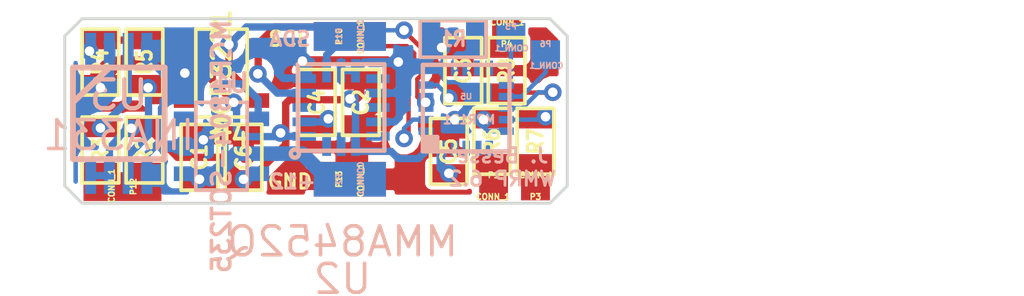
<source format=kicad_pcb>
(kicad_pcb (version 3) (host pcbnew "(2013-07-07 BZR 4022)-stable")

  (general
    (links 56)
    (no_connects 0)
    (area 13.208 16.916308 51.889714 29.5)
    (thickness 1.6)
    (drawings 19)
    (tracks 321)
    (zones 0)
    (modules 29)
    (nets 21)
  )

  (page A4)
  (title_block 
    (title "Station WMRP")
    (rev 5)
    (company "Aperture Science")
  )

  (layers
    (15 Dessus.Cu signal)
    (0 Dessous.Cu signal)
    (16 Dessous.Adhes user)
    (17 Dessus.Adhes user)
    (18 Dessous.Pate user)
    (19 Dessus.Pate user)
    (20 Dessous.SilkS user)
    (21 Dessus.SilkS user)
    (22 Dessous.Masque user)
    (23 Dessus.Masque user)
    (25 Cmts.User user)
    (28 Contours.Ci user)
  )

  (setup
    (last_trace_width 0.1524)
    (user_trace_width 0.1524)
    (user_trace_width 0.254)
    (user_trace_width 0.508)
    (user_trace_width 1.016)
    (trace_clearance 0.1524)
    (zone_clearance 0.25)
    (zone_45_only no)
    (trace_min 0.1524)
    (segment_width 0.127)
    (edge_width 0.1)
    (via_size 0.6096)
    (via_drill 0.3302)
    (via_min_size 0.4572)
    (via_min_drill 0.254)
    (uvia_size 0.508)
    (uvia_drill 0.127)
    (uvias_allowed no)
    (uvia_min_size 0.508)
    (uvia_min_drill 0.127)
    (pcb_text_width 0.3)
    (pcb_text_size 1.5 1.5)
    (mod_edge_width 0.15)
    (mod_text_size 1 1)
    (mod_text_width 0.127)
    (pad_size 0.26 0.52)
    (pad_drill 0)
    (pad_to_mask_clearance 0)
    (pad_to_paste_clearance 0.2)
    (aux_axis_origin 0 0)
    (visible_elements 7FFFFF8F)
    (pcbplotparams
      (layerselection 284196865)
      (usegerberextensions true)
      (excludeedgelayer true)
      (linewidth 0.150000)
      (plotframeref false)
      (viasonmask false)
      (mode 1)
      (useauxorigin false)
      (hpglpennumber 1)
      (hpglpenspeed 20)
      (hpglpendiameter 15)
      (hpglpenoverlay 2)
      (psnegative false)
      (psa4output false)
      (plotreference false)
      (plotvalue false)
      (plotothertext false)
      (plotinvisibletext false)
      (padsonsilk false)
      (subtractmaskfromsilk false)
      (outputformat 1)
      (mirror false)
      (drillshape 0)
      (scaleselection 1)
      (outputdirectory gerber/))
  )

  (net 0 "")
  (net 1 +12V)
  (net 2 +3.3V)
  (net 3 /B)
  (net 4 /G)
  (net 5 /R)
  (net 6 /SCL)
  (net 7 /SDA)
  (net 8 /T1)
  (net 9 /T2)
  (net 10 /thermocouple)
  (net 11 GND)
  (net 12 N-0000016)
  (net 13 N-0000017)
  (net 14 N-0000018)
  (net 15 N-000002)
  (net 16 N-0000024)
  (net 17 N-000003)
  (net 18 N-0000033)
  (net 19 N-0000034)
  (net 20 N-0000035)

  (net_class Default "Ceci est la Netclass par défaut"
    (clearance 0.1524)
    (trace_width 0.1524)
    (via_dia 0.6096)
    (via_drill 0.3302)
    (uvia_dia 0.508)
    (uvia_drill 0.127)
    (add_net "")
    (add_net +12V)
    (add_net +3.3V)
    (add_net /B)
    (add_net /G)
    (add_net /R)
    (add_net /SCL)
    (add_net /SDA)
    (add_net /T1)
    (add_net /T2)
    (add_net /thermocouple)
    (add_net GND)
    (add_net N-0000016)
    (add_net N-0000017)
    (add_net N-0000018)
    (add_net N-000002)
    (add_net N-0000024)
    (add_net N-000003)
    (add_net N-0000033)
    (add_net N-0000034)
    (add_net N-0000035)
  )

  (module SOT23-5 (layer Dessous.Cu) (tedit 4ECF78EF) (tstamp 5838AA96)
    (at 20.828 22.225 90)
    (path /58CBF0FC)
    (attr smd)
    (fp_text reference U1 (at 2.19964 0.29972 360) (layer Dessous.SilkS)
      (effects (font (size 0.635 0.635) (thickness 0.127)) (justify mirror))
    )
    (fp_text value MCP1804-SOT235 (at 0 0 90) (layer Dessous.SilkS)
      (effects (font (size 0.635 0.635) (thickness 0.127)) (justify mirror))
    )
    (fp_line (start 1.524 0.889) (end 1.524 -0.889) (layer Dessous.SilkS) (width 0.127))
    (fp_line (start 1.524 -0.889) (end -1.524 -0.889) (layer Dessous.SilkS) (width 0.127))
    (fp_line (start -1.524 -0.889) (end -1.524 0.889) (layer Dessous.SilkS) (width 0.127))
    (fp_line (start -1.524 0.889) (end 1.524 0.889) (layer Dessous.SilkS) (width 0.127))
    (pad 1 smd rect (at -0.9525 -1.27 90) (size 0.508 0.762)
      (layers Dessous.Cu Dessous.Pate Dessous.Masque)
      (net 1 +12V)
    )
    (pad 3 smd rect (at 0.9525 -1.27 90) (size 0.508 0.762)
      (layers Dessous.Cu Dessous.Pate Dessous.Masque)
    )
    (pad 5 smd rect (at -0.9525 1.27 90) (size 0.508 0.762)
      (layers Dessous.Cu Dessous.Pate Dessous.Masque)
      (net 2 +3.3V)
    )
    (pad 2 smd rect (at 0 -1.27 90) (size 0.508 0.762)
      (layers Dessous.Cu Dessous.Pate Dessous.Masque)
      (net 11 GND)
    )
    (pad 4 smd rect (at 0.9525 1.27 90) (size 0.508 0.762)
      (layers Dessous.Cu Dessous.Pate Dessous.Masque)
      (net 1 +12V)
    )
    (model smd/SOT23_5.wrl
      (at (xyz 0 0 0))
      (scale (xyz 0.1 0.1 0.1))
      (rotate (xyz 0 0 0))
    )
  )

  (module SOT23-5 (layer Dessus.Cu) (tedit 4ECF78EF) (tstamp 5838AA88)
    (at 20.828 19.685 270)
    (path /5837461B)
    (attr smd)
    (fp_text reference U4 (at 2.19964 -0.29972 360) (layer Dessus.SilkS)
      (effects (font (size 0.635 0.635) (thickness 0.127)))
    )
    (fp_text value MCP3221 (at 0 0 270) (layer Dessus.SilkS)
      (effects (font (size 0.635 0.635) (thickness 0.127)))
    )
    (fp_line (start 1.524 -0.889) (end 1.524 0.889) (layer Dessus.SilkS) (width 0.127))
    (fp_line (start 1.524 0.889) (end -1.524 0.889) (layer Dessus.SilkS) (width 0.127))
    (fp_line (start -1.524 0.889) (end -1.524 -0.889) (layer Dessus.SilkS) (width 0.127))
    (fp_line (start -1.524 -0.889) (end 1.524 -0.889) (layer Dessus.SilkS) (width 0.127))
    (pad 1 smd rect (at -0.9525 1.27 270) (size 0.508 0.762)
      (layers Dessus.Cu Dessus.Pate Dessus.Masque)
      (net 2 +3.3V)
    )
    (pad 3 smd rect (at 0.9525 1.27 270) (size 0.508 0.762)
      (layers Dessus.Cu Dessus.Pate Dessus.Masque)
      (net 20 N-0000035)
    )
    (pad 5 smd rect (at -0.9525 -1.27 270) (size 0.508 0.762)
      (layers Dessus.Cu Dessus.Pate Dessus.Masque)
      (net 6 /SCL)
    )
    (pad 2 smd rect (at 0 1.27 270) (size 0.508 0.762)
      (layers Dessus.Cu Dessus.Pate Dessus.Masque)
      (net 11 GND)
    )
    (pad 4 smd rect (at 0.9525 -1.27 270) (size 0.508 0.762)
      (layers Dessus.Cu Dessus.Pate Dessus.Masque)
      (net 7 /SDA)
    )
    (model smd/SOT23_5.wrl
      (at (xyz 0 0 0))
      (scale (xyz 0.1 0.1 0.1))
      (rotate (xyz 0 0 0))
    )
  )

  (module SM0603 (layer Dessus.Cu) (tedit 4E43A3D1) (tstamp 583746B8)
    (at 16.637 22.352 90)
    (path /581D050A)
    (attr smd)
    (fp_text reference R3 (at 0 0 90) (layer Dessus.SilkS)
      (effects (font (size 0.508 0.4572) (thickness 0.1143)))
    )
    (fp_text value 10k (at 0 0 90) (layer Dessus.SilkS) hide
      (effects (font (size 0.508 0.4572) (thickness 0.1143)))
    )
    (fp_line (start -1.143 -0.635) (end 1.143 -0.635) (layer Dessus.SilkS) (width 0.127))
    (fp_line (start 1.143 -0.635) (end 1.143 0.635) (layer Dessus.SilkS) (width 0.127))
    (fp_line (start 1.143 0.635) (end -1.143 0.635) (layer Dessus.SilkS) (width 0.127))
    (fp_line (start -1.143 0.635) (end -1.143 -0.635) (layer Dessus.SilkS) (width 0.127))
    (pad 1 smd rect (at -0.762 0 90) (size 0.635 1.143)
      (layers Dessus.Cu Dessus.Pate Dessus.Masque)
      (net 10 /thermocouple)
    )
    (pad 2 smd rect (at 0.762 0 90) (size 0.635 1.143)
      (layers Dessus.Cu Dessus.Pate Dessus.Masque)
      (net 19 N-0000034)
    )
    (model smd\resistors\R0603.wrl
      (at (xyz 0 0 0.001))
      (scale (xyz 0.5 0.5 0.5))
      (rotate (xyz 0 0 0))
    )
  )

  (module SM0603 (layer Dessus.Cu) (tedit 4E43A3D1) (tstamp 583746CC)
    (at 21.59 22.606 270)
    (path /581D1573)
    (attr smd)
    (fp_text reference C6 (at 0 0 270) (layer Dessus.SilkS)
      (effects (font (size 0.508 0.4572) (thickness 0.1143)))
    )
    (fp_text value 0.1u (at 0 0 270) (layer Dessus.SilkS) hide
      (effects (font (size 0.508 0.4572) (thickness 0.1143)))
    )
    (fp_line (start -1.143 -0.635) (end 1.143 -0.635) (layer Dessus.SilkS) (width 0.127))
    (fp_line (start 1.143 -0.635) (end 1.143 0.635) (layer Dessus.SilkS) (width 0.127))
    (fp_line (start 1.143 0.635) (end -1.143 0.635) (layer Dessus.SilkS) (width 0.127))
    (fp_line (start -1.143 0.635) (end -1.143 -0.635) (layer Dessus.SilkS) (width 0.127))
    (pad 1 smd rect (at -0.762 0 270) (size 0.635 1.143)
      (layers Dessus.Cu Dessus.Pate Dessus.Masque)
      (net 11 GND)
    )
    (pad 2 smd rect (at 0.762 0 270) (size 0.635 1.143)
      (layers Dessus.Cu Dessus.Pate Dessus.Masque)
      (net 2 +3.3V)
    )
    (model smd\resistors\R0603.wrl
      (at (xyz 0 0 0.001))
      (scale (xyz 0.5 0.5 0.5))
      (rotate (xyz 0 0 0))
    )
  )

  (module SM0603 (layer Dessus.Cu) (tedit 4E43A3D1) (tstamp 583746D6)
    (at 18.161 22.352 90)
    (path /581D0526)
    (attr smd)
    (fp_text reference R2 (at 0 0 90) (layer Dessus.SilkS)
      (effects (font (size 0.508 0.4572) (thickness 0.1143)))
    )
    (fp_text value 3.3M (at 0 0 90) (layer Dessus.SilkS) hide
      (effects (font (size 0.508 0.4572) (thickness 0.1143)))
    )
    (fp_line (start -1.143 -0.635) (end 1.143 -0.635) (layer Dessus.SilkS) (width 0.127))
    (fp_line (start 1.143 -0.635) (end 1.143 0.635) (layer Dessus.SilkS) (width 0.127))
    (fp_line (start 1.143 0.635) (end -1.143 0.635) (layer Dessus.SilkS) (width 0.127))
    (fp_line (start -1.143 0.635) (end -1.143 -0.635) (layer Dessus.SilkS) (width 0.127))
    (pad 1 smd rect (at -0.762 0 90) (size 0.635 1.143)
      (layers Dessus.Cu Dessus.Pate Dessus.Masque)
      (net 10 /thermocouple)
    )
    (pad 2 smd rect (at 0.762 0 90) (size 0.635 1.143)
      (layers Dessus.Cu Dessus.Pate Dessus.Masque)
      (net 2 +3.3V)
    )
    (model smd\resistors\R0603.wrl
      (at (xyz 0 0 0.001))
      (scale (xyz 0.5 0.5 0.5))
      (rotate (xyz 0 0 0))
    )
  )

  (module SM0603 (layer Dessus.Cu) (tedit 4E43A3D1) (tstamp 583746E0)
    (at 20.066 22.606 90)
    (path /5664607C)
    (attr smd)
    (fp_text reference C1 (at 0 0 90) (layer Dessus.SilkS)
      (effects (font (size 0.508 0.4572) (thickness 0.1143)))
    )
    (fp_text value 10u (at 0 0 90) (layer Dessus.SilkS) hide
      (effects (font (size 0.508 0.4572) (thickness 0.1143)))
    )
    (fp_line (start -1.143 -0.635) (end 1.143 -0.635) (layer Dessus.SilkS) (width 0.127))
    (fp_line (start 1.143 -0.635) (end 1.143 0.635) (layer Dessus.SilkS) (width 0.127))
    (fp_line (start 1.143 0.635) (end -1.143 0.635) (layer Dessus.SilkS) (width 0.127))
    (fp_line (start -1.143 0.635) (end -1.143 -0.635) (layer Dessus.SilkS) (width 0.127))
    (pad 1 smd rect (at -0.762 0 90) (size 0.635 1.143)
      (layers Dessus.Cu Dessus.Pate Dessus.Masque)
      (net 1 +12V)
    )
    (pad 2 smd rect (at 0.762 0 90) (size 0.635 1.143)
      (layers Dessus.Cu Dessus.Pate Dessus.Masque)
      (net 11 GND)
    )
    (model smd\resistors\R0603.wrl
      (at (xyz 0 0 0.001))
      (scale (xyz 0.5 0.5 0.5))
      (rotate (xyz 0 0 0))
    )
  )

  (module SM0603 (layer Dessus.Cu) (tedit 4E43A3D1) (tstamp 583746EA)
    (at 18.161 19.304 270)
    (path /581D04A2)
    (attr smd)
    (fp_text reference R5 (at 0 0 270) (layer Dessus.SilkS)
      (effects (font (size 0.508 0.4572) (thickness 0.1143)))
    )
    (fp_text value 680k (at 0 0 270) (layer Dessus.SilkS) hide
      (effects (font (size 0.508 0.4572) (thickness 0.1143)))
    )
    (fp_line (start -1.143 -0.635) (end 1.143 -0.635) (layer Dessus.SilkS) (width 0.127))
    (fp_line (start 1.143 -0.635) (end 1.143 0.635) (layer Dessus.SilkS) (width 0.127))
    (fp_line (start 1.143 0.635) (end -1.143 0.635) (layer Dessus.SilkS) (width 0.127))
    (fp_line (start -1.143 0.635) (end -1.143 -0.635) (layer Dessus.SilkS) (width 0.127))
    (pad 1 smd rect (at -0.762 0 270) (size 0.635 1.143)
      (layers Dessus.Cu Dessus.Pate Dessus.Masque)
      (net 18 N-0000033)
    )
    (pad 2 smd rect (at 0.762 0 270) (size 0.635 1.143)
      (layers Dessus.Cu Dessus.Pate Dessus.Masque)
      (net 20 N-0000035)
    )
    (model smd\resistors\R0603.wrl
      (at (xyz 0 0 0.001))
      (scale (xyz 0.5 0.5 0.5))
      (rotate (xyz 0 0 0))
    )
  )

  (module SM0603 (layer Dessus.Cu) (tedit 4E43A3D1) (tstamp 583746F4)
    (at 16.637 19.304 90)
    (path /581D0484)
    (attr smd)
    (fp_text reference R4 (at 0 0 90) (layer Dessus.SilkS)
      (effects (font (size 0.508 0.4572) (thickness 0.1143)))
    )
    (fp_text value 8k2 (at 0 0 90) (layer Dessus.SilkS) hide
      (effects (font (size 0.508 0.4572) (thickness 0.1143)))
    )
    (fp_line (start -1.143 -0.635) (end 1.143 -0.635) (layer Dessus.SilkS) (width 0.127))
    (fp_line (start 1.143 -0.635) (end 1.143 0.635) (layer Dessus.SilkS) (width 0.127))
    (fp_line (start 1.143 0.635) (end -1.143 0.635) (layer Dessus.SilkS) (width 0.127))
    (fp_line (start -1.143 0.635) (end -1.143 -0.635) (layer Dessus.SilkS) (width 0.127))
    (pad 1 smd rect (at -0.762 0 90) (size 0.635 1.143)
      (layers Dessus.Cu Dessus.Pate Dessus.Masque)
      (net 11 GND)
    )
    (pad 2 smd rect (at 0.762 0 90) (size 0.635 1.143)
      (layers Dessus.Cu Dessus.Pate Dessus.Masque)
      (net 18 N-0000033)
    )
    (model smd\resistors\R0603.wrl
      (at (xyz 0 0 0.001))
      (scale (xyz 0.5 0.5 0.5))
      (rotate (xyz 0 0 0))
    )
  )

  (module SM0603 (layer Dessus.Cu) (tedit 4E43A3D1) (tstamp 583746FE)
    (at 24.13 20.701 90)
    (path /574B730E)
    (attr smd)
    (fp_text reference C4 (at 0 0 90) (layer Dessus.SilkS)
      (effects (font (size 0.508 0.4572) (thickness 0.1143)))
    )
    (fp_text value 0.1u (at 0 0 90) (layer Dessus.SilkS) hide
      (effects (font (size 0.508 0.4572) (thickness 0.1143)))
    )
    (fp_line (start -1.143 -0.635) (end 1.143 -0.635) (layer Dessus.SilkS) (width 0.127))
    (fp_line (start 1.143 -0.635) (end 1.143 0.635) (layer Dessus.SilkS) (width 0.127))
    (fp_line (start 1.143 0.635) (end -1.143 0.635) (layer Dessus.SilkS) (width 0.127))
    (fp_line (start -1.143 0.635) (end -1.143 -0.635) (layer Dessus.SilkS) (width 0.127))
    (pad 1 smd rect (at -0.762 0 90) (size 0.635 1.143)
      (layers Dessus.Cu Dessus.Pate Dessus.Masque)
      (net 16 N-0000024)
    )
    (pad 2 smd rect (at 0.762 0 90) (size 0.635 1.143)
      (layers Dessus.Cu Dessus.Pate Dessus.Masque)
      (net 11 GND)
    )
    (model smd\resistors\R0603.wrl
      (at (xyz 0 0 0.001))
      (scale (xyz 0.5 0.5 0.5))
      (rotate (xyz 0 0 0))
    )
  )

  (module SM0603 (layer Dessus.Cu) (tedit 4E43A3D1) (tstamp 5838AA7A)
    (at 25.654 20.701 270)
    (path /574B432F)
    (attr smd)
    (fp_text reference C2 (at 0 0 270) (layer Dessus.SilkS)
      (effects (font (size 0.508 0.4572) (thickness 0.1143)))
    )
    (fp_text value 1u (at 0 0 270) (layer Dessus.SilkS) hide
      (effects (font (size 0.508 0.4572) (thickness 0.1143)))
    )
    (fp_line (start -1.143 -0.635) (end 1.143 -0.635) (layer Dessus.SilkS) (width 0.127))
    (fp_line (start 1.143 -0.635) (end 1.143 0.635) (layer Dessus.SilkS) (width 0.127))
    (fp_line (start 1.143 0.635) (end -1.143 0.635) (layer Dessus.SilkS) (width 0.127))
    (fp_line (start -1.143 0.635) (end -1.143 -0.635) (layer Dessus.SilkS) (width 0.127))
    (pad 1 smd rect (at -0.762 0 270) (size 0.635 1.143)
      (layers Dessus.Cu Dessus.Pate Dessus.Masque)
      (net 2 +3.3V)
    )
    (pad 2 smd rect (at 0.762 0 270) (size 0.635 1.143)
      (layers Dessus.Cu Dessus.Pate Dessus.Masque)
      (net 11 GND)
    )
    (model smd\resistors\R0603.wrl
      (at (xyz 0 0 0.001))
      (scale (xyz 0.5 0.5 0.5))
      (rotate (xyz 0 0 0))
    )
  )

  (module QFN-16 (layer Dessous.Cu) (tedit 583E0505) (tstamp 583E04E3)
    (at 25.019 20.828)
    (path /574B72FF)
    (fp_text reference U2 (at 0 6) (layer Dessous.SilkS)
      (effects (font (size 1 1) (thickness 0.127)) (justify mirror))
    )
    (fp_text value MMA8452Q (at 0 4.7) (layer Dessous.SilkS)
      (effects (font (size 1 1) (thickness 0.127)) (justify mirror))
    )
    (fp_line (start 1.45 1.35) (end 1.45 1.55) (layer Dessous.SilkS) (width 0.15))
    (fp_line (start 1.45 1.55) (end -1.55 1.55) (layer Dessous.SilkS) (width 0.15))
    (fp_line (start -1.55 1.55) (end -1.55 1.25) (layer Dessous.SilkS) (width 0.15))
    (fp_circle (center -1.65 1.65) (end -1.55 1.55) (layer Dessous.SilkS) (width 0.15))
    (fp_line (start -0.05 -1.45) (end 1.45 -1.45) (layer Dessous.SilkS) (width 0.15))
    (fp_line (start 1.45 -1.45) (end 1.45 1.35) (layer Dessous.SilkS) (width 0.15))
    (fp_line (start -1.55 1.35) (end -1.55 -1.45) (layer Dessous.SilkS) (width 0.15))
    (fp_line (start -1.55 -1.45) (end -0.05 -1.45) (layer Dessous.SilkS) (width 0.15))
    (pad 11 smd rect (at 1.225 0.05) (size 0.813 0.305)
      (layers Dessous.Cu Dessous.Pate Dessous.Masque)
      (clearance 0.01)
    )
    (pad 12 smd rect (at 1.225 0.55) (size 0.813 0.305)
      (layers Dessous.Cu Dessous.Pate Dessous.Masque)
      (net 11 GND)
      (clearance 0.01)
    )
    (pad 13 smd rect (at 1.225 1.05) (size 0.813 0.305)
      (layers Dessous.Cu Dessous.Pate Dessous.Masque)
      (clearance 0.01)
    )
    (pad 10 smd rect (at 1.225 -0.45) (size 0.813 0.305)
      (layers Dessous.Cu Dessous.Pate Dessous.Masque)
      (net 11 GND)
      (clearance 0.01)
    )
    (pad 9 smd rect (at 1.225 -0.95) (size 0.813 0.305)
      (layers Dessous.Cu Dessous.Pate Dessous.Masque)
      (clearance 0.01)
    )
    (pad 5 smd rect (at -1.325 -0.95) (size 0.813 0.305)
      (layers Dessous.Cu Dessous.Pate Dessous.Masque)
      (net 11 GND)
      (clearance 0.01)
    )
    (pad 4 smd rect (at -1.325 -0.45) (size 0.813 0.305)
      (layers Dessous.Cu Dessous.Pate Dessous.Masque)
      (net 6 /SCL)
      (clearance 0.01)
    )
    (pad 3 smd rect (at -1.325 0.05) (size 0.813 0.305)
      (layers Dessous.Cu Dessous.Pate Dessous.Masque)
      (clearance 0.01)
    )
    (pad 2 smd rect (at -1.325 0.55) (size 0.813 0.305)
      (layers Dessous.Cu Dessous.Pate Dessous.Masque)
      (net 16 N-0000024)
      (clearance 0.01)
    )
    (pad 1 smd rect (at -1.325 1.05) (size 0.813 0.305)
      (layers Dessous.Cu Dessous.Pate Dessous.Masque)
      (net 2 +3.3V)
      (clearance 0.01)
    )
    (pad 7 smd rect (at -0.05 -1.225) (size 0.305 0.813)
      (layers Dessous.Cu Dessous.Pate Dessous.Masque)
      (net 11 GND)
      (clearance 0.01)
    )
    (pad 6 smd rect (at -0.55 -1.225) (size 0.305 0.813)
      (layers Dessous.Cu Dessous.Pate Dessous.Masque)
      (net 7 /SDA)
      (clearance 0.01)
    )
    (pad 8 smd rect (at 0.45 -1.225) (size 0.305 0.813)
      (layers Dessous.Cu Dessous.Pate Dessous.Masque)
      (clearance 0.01)
    )
    (pad 14 smd rect (at 0.45 1.325) (size 0.305 0.813)
      (layers Dessous.Cu Dessous.Pate Dessous.Masque)
      (net 2 +3.3V)
      (clearance 0.01)
    )
    (pad 15 smd rect (at -0.05 1.325) (size 0.305 0.813)
      (layers Dessous.Cu Dessous.Pate Dessous.Masque)
      (clearance 0.01)
    )
    (pad 16 smd rect (at -0.55 1.325) (size 0.305 0.813)
      (layers Dessous.Cu Dessous.Pate Dessous.Masque)
      (clearance 0.01)
    )
  )

  (module pinCMD (layer Dessus.Cu) (tedit 5838AA1C) (tstamp 58374729)
    (at 25.273 18.415 270)
    (path /581D227E)
    (fp_text reference P10 (at 0 0.375 270) (layer Dessus.SilkS)
      (effects (font (size 0.2 0.2) (thickness 0.05)))
    )
    (fp_text value CONN_1 (at 0.025 -0.375 270) (layer Dessus.SilkS)
      (effects (font (size 0.2 0.2) (thickness 0.05)))
    )
    (pad 1 smd rect (at 0 0 270) (size 1 2.5)
      (layers Dessus.Cu Dessus.Pate Dessus.Masque)
      (net 6 /SCL)
    )
  )

  (module pinCMD   locked (layer Dessous.Cu) (tedit 5838AA27) (tstamp 5837472E)
    (at 25.273 18.415 90)
    (path /581D2284)
    (fp_text reference P11 (at 0 -0.375 90) (layer Dessous.SilkS)
      (effects (font (size 0.2 0.2) (thickness 0.05)) (justify mirror))
    )
    (fp_text value CONN_1 (at 0.025 0.375 90) (layer Dessous.SilkS)
      (effects (font (size 0.2 0.2) (thickness 0.05)) (justify mirror))
    )
    (pad 1 smd rect (at 0 0 90) (size 1 2.5)
      (layers Dessous.Cu Dessous.Pate Dessous.Masque)
      (net 7 /SDA)
    )
  )

  (module pinCMD (layer Dessus.Cu) (tedit 5837523D) (tstamp 58374733)
    (at 17.399 23.622 90)
    (path /581D228A)
    (fp_text reference P12 (at 0 0.375 90) (layer Dessus.SilkS)
      (effects (font (size 0.2 0.2) (thickness 0.05)))
    )
    (fp_text value CONN_1 (at 0.025 -0.375 90) (layer Dessus.SilkS)
      (effects (font (size 0.2 0.2) (thickness 0.05)))
    )
    (pad 1 smd rect (at 0 0 90) (size 1 2.7)
      (layers Dessus.Cu Dessus.Pate Dessus.Masque)
      (net 10 /thermocouple)
    )
  )

  (module pinCMD (layer Dessus.Cu) (tedit 5838AA37) (tstamp 58374738)
    (at 25.273 23.368 270)
    (path /582755EE)
    (fp_text reference P13 (at 0 0.375 270) (layer Dessus.SilkS)
      (effects (font (size 0.2 0.2) (thickness 0.05)))
    )
    (fp_text value CONN_1 (at 0.025 -0.375 270) (layer Dessus.SilkS)
      (effects (font (size 0.2 0.2) (thickness 0.05)))
    )
    (pad 1 smd rect (at 0 0 270) (size 1.2 2.5)
      (layers Dessus.Cu Dessus.Pate Dessus.Masque)
      (net 11 GND)
    )
  )

  (module pinCMD (layer Dessous.Cu) (tedit 5838AA3C) (tstamp 5837473D)
    (at 25.273 23.368 90)
    (path /56F887A6)
    (fp_text reference P2 (at 0 -0.375 90) (layer Dessous.SilkS)
      (effects (font (size 0.2 0.2) (thickness 0.05)) (justify mirror))
    )
    (fp_text value CONN_1 (at 0.025 0.375 90) (layer Dessous.SilkS)
      (effects (font (size 0.2 0.2) (thickness 0.05)) (justify mirror))
    )
    (pad 1 smd rect (at 0 0 90) (size 1.2 2.5)
      (layers Dessous.Cu Dessous.Pate Dessous.Masque)
      (net 1 +12V)
    )
  )

  (module MSOP_8 (layer Dessous.Cu) (tedit 48A96A8A) (tstamp 5837474E)
    (at 17.272 21.082)
    (path /581D0475)
    (fp_text reference U3 (at 0 -0.635) (layer Dessous.SilkS)
      (effects (font (size 1.00076 1.00076) (thickness 0.1524)) (justify mirror))
    )
    (fp_text value INA331 (at 0 0.762) (layer Dessous.SilkS)
      (effects (font (size 1.00076 1.00076) (thickness 0.127)) (justify mirror))
    )
    (fp_line (start -0.3175 -1.5875) (end -1.5875 -0.381) (layer Dessous.SilkS) (width 0.2032))
    (fp_line (start -1.5875 -1.5875) (end 1.5875 -1.5875) (layer Dessous.SilkS) (width 0.2032))
    (fp_line (start 1.5875 -1.5875) (end 1.5875 1.5875) (layer Dessous.SilkS) (width 0.2032))
    (fp_line (start 1.5875 1.5875) (end -1.5875 1.5875) (layer Dessous.SilkS) (width 0.2032))
    (fp_line (start -1.5875 1.5875) (end -1.5875 -1.5875) (layer Dessous.SilkS) (width 0.2032))
    (pad 1 smd rect (at -0.97536 -2.159) (size 0.381 1.27)
      (layers Dessous.Cu Dessous.Pate Dessous.Masque)
      (net 18 N-0000033)
    )
    (pad 2 smd rect (at -0.32512 -2.159) (size 0.381 1.27)
      (layers Dessous.Cu Dessous.Pate Dessous.Masque)
      (net 11 GND)
    )
    (pad 3 smd rect (at 0.32512 -2.159) (size 0.381 1.27)
      (layers Dessous.Cu Dessous.Pate Dessous.Masque)
      (net 19 N-0000034)
    )
    (pad 4 smd rect (at 0.97536 -2.159) (size 0.381 1.27)
      (layers Dessous.Cu Dessous.Pate Dessous.Masque)
      (net 11 GND)
    )
    (pad 5 smd rect (at 0.97536 2.159) (size 0.381 1.27)
      (layers Dessous.Cu Dessous.Pate Dessous.Masque)
      (net 11 GND)
    )
    (pad 6 smd rect (at 0.32512 2.159) (size 0.381 1.27)
      (layers Dessous.Cu Dessous.Pate Dessous.Masque)
      (net 20 N-0000035)
    )
    (pad 7 smd rect (at -0.32512 2.159) (size 0.381 1.27)
      (layers Dessous.Cu Dessous.Pate Dessous.Masque)
      (net 2 +3.3V)
    )
    (pad 8 smd rect (at -0.97536 2.159) (size 0.381 1.27)
      (layers Dessous.Cu Dessous.Pate Dessous.Masque)
      (net 2 +3.3V)
    )
    (model smd/MSOP_8.wrl
      (at (xyz 0 0 0.001))
      (scale (xyz 0.3937 0.3937 0.3937))
      (rotate (xyz 0 0 0))
    )
  )

  (module SM0603 (layer Dessous.Cu) (tedit 4E43A3D1) (tstamp 58CBDD75)
    (at 28.85 18.5)
    (path /58CA9E6E)
    (attr smd)
    (fp_text reference R1 (at 0 0) (layer Dessous.SilkS)
      (effects (font (size 0.508 0.4572) (thickness 0.1143)) (justify mirror))
    )
    (fp_text value 75k (at 0 0) (layer Dessous.SilkS) hide
      (effects (font (size 0.508 0.4572) (thickness 0.1143)) (justify mirror))
    )
    (fp_line (start -1.143 0.635) (end 1.143 0.635) (layer Dessous.SilkS) (width 0.127))
    (fp_line (start 1.143 0.635) (end 1.143 -0.635) (layer Dessous.SilkS) (width 0.127))
    (fp_line (start 1.143 -0.635) (end -1.143 -0.635) (layer Dessous.SilkS) (width 0.127))
    (fp_line (start -1.143 -0.635) (end -1.143 0.635) (layer Dessous.SilkS) (width 0.127))
    (pad 1 smd rect (at -0.762 0) (size 0.635 1.143)
      (layers Dessous.Cu Dessous.Pate Dessous.Masque)
      (net 11 GND)
    )
    (pad 2 smd rect (at 0.762 0) (size 0.635 1.143)
      (layers Dessous.Cu Dessous.Pate Dessous.Masque)
      (net 15 N-000002)
    )
    (model smd\resistors\R0603.wrl
      (at (xyz 0 0 0.001))
      (scale (xyz 0.5 0.5 0.5))
      (rotate (xyz 0 0 0))
    )
  )

  (module SM0603 (layer Dessus.Cu) (tedit 4E43A3D1) (tstamp 58CBDD7F)
    (at 29.2 19.6 90)
    (path /58CA9EC9)
    (attr smd)
    (fp_text reference C3 (at 0 0 90) (layer Dessus.SilkS)
      (effects (font (size 0.508 0.4572) (thickness 0.1143)))
    )
    (fp_text value 0.1u (at 0 0 90) (layer Dessus.SilkS) hide
      (effects (font (size 0.508 0.4572) (thickness 0.1143)))
    )
    (fp_line (start -1.143 -0.635) (end 1.143 -0.635) (layer Dessus.SilkS) (width 0.127))
    (fp_line (start 1.143 -0.635) (end 1.143 0.635) (layer Dessus.SilkS) (width 0.127))
    (fp_line (start 1.143 0.635) (end -1.143 0.635) (layer Dessus.SilkS) (width 0.127))
    (fp_line (start -1.143 0.635) (end -1.143 -0.635) (layer Dessus.SilkS) (width 0.127))
    (pad 1 smd rect (at -0.762 0 90) (size 0.635 1.143)
      (layers Dessus.Cu Dessus.Pate Dessus.Masque)
      (net 17 N-000003)
    )
    (pad 2 smd rect (at 0.762 0 90) (size 0.635 1.143)
      (layers Dessus.Cu Dessus.Pate Dessus.Masque)
      (net 11 GND)
    )
    (model smd\resistors\R0603.wrl
      (at (xyz 0 0 0.001))
      (scale (xyz 0.5 0.5 0.5))
      (rotate (xyz 0 0 0))
    )
  )

  (module SM0603 (layer Dessus.Cu) (tedit 4E43A3D1) (tstamp 58CBDD89)
    (at 30.2 22.05 90)
    (path /58CB0068)
    (attr smd)
    (fp_text reference R6 (at 0 0 90) (layer Dessus.SilkS)
      (effects (font (size 0.508 0.4572) (thickness 0.1143)))
    )
    (fp_text value R (at 0 0 90) (layer Dessus.SilkS) hide
      (effects (font (size 0.508 0.4572) (thickness 0.1143)))
    )
    (fp_line (start -1.143 -0.635) (end 1.143 -0.635) (layer Dessus.SilkS) (width 0.127))
    (fp_line (start 1.143 -0.635) (end 1.143 0.635) (layer Dessus.SilkS) (width 0.127))
    (fp_line (start 1.143 0.635) (end -1.143 0.635) (layer Dessus.SilkS) (width 0.127))
    (fp_line (start -1.143 0.635) (end -1.143 -0.635) (layer Dessus.SilkS) (width 0.127))
    (pad 1 smd rect (at -0.762 0 90) (size 0.635 1.143)
      (layers Dessus.Cu Dessus.Pate Dessus.Masque)
      (net 3 /B)
    )
    (pad 2 smd rect (at 0.762 0 90) (size 0.635 1.143)
      (layers Dessus.Cu Dessus.Pate Dessus.Masque)
      (net 14 N-0000018)
    )
    (model smd\resistors\R0603.wrl
      (at (xyz 0 0 0.001))
      (scale (xyz 0.5 0.5 0.5))
      (rotate (xyz 0 0 0))
    )
  )

  (module SM0603 (layer Dessus.Cu) (tedit 4E43A3D1) (tstamp 58CBDD93)
    (at 31.7 22.05 90)
    (path /58CB0075)
    (attr smd)
    (fp_text reference R7 (at 0 0 90) (layer Dessus.SilkS)
      (effects (font (size 0.508 0.4572) (thickness 0.1143)))
    )
    (fp_text value R (at 0 0 90) (layer Dessus.SilkS) hide
      (effects (font (size 0.508 0.4572) (thickness 0.1143)))
    )
    (fp_line (start -1.143 -0.635) (end 1.143 -0.635) (layer Dessus.SilkS) (width 0.127))
    (fp_line (start 1.143 -0.635) (end 1.143 0.635) (layer Dessus.SilkS) (width 0.127))
    (fp_line (start 1.143 0.635) (end -1.143 0.635) (layer Dessus.SilkS) (width 0.127))
    (fp_line (start -1.143 0.635) (end -1.143 -0.635) (layer Dessus.SilkS) (width 0.127))
    (pad 1 smd rect (at -0.762 0 90) (size 0.635 1.143)
      (layers Dessus.Cu Dessus.Pate Dessus.Masque)
      (net 4 /G)
    )
    (pad 2 smd rect (at 0.762 0 90) (size 0.635 1.143)
      (layers Dessus.Cu Dessus.Pate Dessus.Masque)
      (net 13 N-0000017)
    )
    (model smd\resistors\R0603.wrl
      (at (xyz 0 0 0.001))
      (scale (xyz 0.5 0.5 0.5))
      (rotate (xyz 0 0 0))
    )
  )

  (module SM0603 (layer Dessus.Cu) (tedit 4E43A3D1) (tstamp 58CBDD9D)
    (at 30.7 19.6 270)
    (path /58CB007B)
    (attr smd)
    (fp_text reference R8 (at 0 0 270) (layer Dessus.SilkS)
      (effects (font (size 0.508 0.4572) (thickness 0.1143)))
    )
    (fp_text value R (at 0 0 270) (layer Dessus.SilkS) hide
      (effects (font (size 0.508 0.4572) (thickness 0.1143)))
    )
    (fp_line (start -1.143 -0.635) (end 1.143 -0.635) (layer Dessus.SilkS) (width 0.127))
    (fp_line (start 1.143 -0.635) (end 1.143 0.635) (layer Dessus.SilkS) (width 0.127))
    (fp_line (start 1.143 0.635) (end -1.143 0.635) (layer Dessus.SilkS) (width 0.127))
    (fp_line (start -1.143 0.635) (end -1.143 -0.635) (layer Dessus.SilkS) (width 0.127))
    (pad 1 smd rect (at -0.762 0 270) (size 0.635 1.143)
      (layers Dessus.Cu Dessus.Pate Dessus.Masque)
      (net 5 /R)
    )
    (pad 2 smd rect (at 0.762 0 270) (size 0.635 1.143)
      (layers Dessus.Cu Dessus.Pate Dessus.Masque)
      (net 12 N-0000016)
    )
    (model smd\resistors\R0603.wrl
      (at (xyz 0 0 0.001))
      (scale (xyz 0.5 0.5 0.5))
      (rotate (xyz 0 0 0))
    )
  )

  (module QFN20 (layer Dessous.Cu) (tedit 58CBD9DF) (tstamp 58CBDDC2)
    (at 29.3 20.9)
    (path /58CA9E4B)
    (clearance 0.1524)
    (fp_text reference U5 (at 0 -0.4) (layer Dessous.SilkS)
      (effects (font (size 0.2 0.2) (thickness 0.05)) (justify mirror))
    )
    (fp_text value MPR121 (at 0.1 0.4) (layer Dessous.SilkS)
      (effects (font (size 0.3 0.3) (thickness 0.075)) (justify mirror))
    )
    (fp_line (start -1.4 1.5) (end -1.4 1.1) (layer Dessous.SilkS) (width 0.15))
    (fp_line (start -1.4 1.1) (end -1.1 1.1) (layer Dessous.SilkS) (width 0.15))
    (fp_line (start -1.1 1.1) (end -1.1 1.4) (layer Dessous.SilkS) (width 0.15))
    (fp_line (start -1.1 1.4) (end -1.3 1.4) (layer Dessous.SilkS) (width 0.15))
    (fp_line (start -1.3 1.4) (end -1.3 1.3) (layer Dessous.SilkS) (width 0.15))
    (fp_line (start -1.3 1.3) (end -1.2 1.2) (layer Dessous.SilkS) (width 0.15))
    (fp_line (start -1 1) (end -1 1.5) (layer Dessous.SilkS) (width 0.15))
    (fp_line (start -1 1) (end -1.5 1) (layer Dessous.SilkS) (width 0.15))
    (fp_line (start -1 1.5) (end -1.5 1) (layer Dessous.SilkS) (width 0.15))
    (fp_line (start -1.5 1.5) (end 1.5 1.5) (layer Dessous.SilkS) (width 0.15))
    (fp_line (start 1.5 1.5) (end 1.5 -1.5) (layer Dessous.SilkS) (width 0.15))
    (fp_line (start 1.5 -1.5) (end -1.5 -1.5) (layer Dessous.SilkS) (width 0.15))
    (fp_line (start -1.5 -1.5) (end -1.5 1.5) (layer Dessous.SilkS) (width 0.15))
    (pad 8 smd rect (at 0 -1.39) (size 0.26 0.52)
      (layers Dessous.Cu Dessous.Pate Dessous.Masque)
    )
    (pad 9 smd rect (at 0.4 -1.39) (size 0.26 0.52)
      (layers Dessous.Cu Dessous.Pate Dessous.Masque)
    )
    (pad 10 smd rect (at 0.8 -1.39) (size 0.26 0.52)
      (layers Dessous.Cu Dessous.Pate Dessous.Masque)
    )
    (pad 6 smd rect (at -0.8 -1.39) (size 0.26 0.52)
      (layers Dessous.Cu Dessous.Pate Dessous.Masque)
      (net 11 GND)
    )
    (pad 7 smd rect (at -0.4 -1.39) (size 0.26 0.52)
      (layers Dessous.Cu Dessous.Pate Dessous.Masque)
      (net 15 N-000002)
    )
    (pad 16 smd rect (at 0.8 1.39) (size 0.26 0.52)
      (layers Dessous.Cu Dessous.Pate Dessous.Masque)
    )
    (pad 17 smd rect (at 0.4 1.39) (size 0.26 0.52)
      (layers Dessous.Cu Dessous.Pate Dessous.Masque)
    )
    (pad 18 smd rect (at 0 1.39) (size 0.26 0.52)
      (layers Dessous.Cu Dessous.Pate Dessous.Masque)
    )
    (pad 19 smd rect (at -0.4 1.39) (size 0.26 0.52)
      (layers Dessous.Cu Dessous.Pate Dessous.Masque)
    )
    (pad 20 smd rect (at -0.8 1.39) (size 0.26 0.52)
      (layers Dessous.Cu Dessous.Pate Dessous.Masque)
      (net 2 +3.3V)
    )
    (pad 1 smd rect (at -1.39 0.8) (size 0.52 0.26)
      (layers Dessous.Cu Dessous.Pate Dessous.Masque)
    )
    (pad 2 smd rect (at -1.39 0.4) (size 0.52 0.26)
      (layers Dessous.Cu Dessous.Pate Dessous.Masque)
      (net 6 /SCL)
    )
    (pad 3 smd rect (at -1.39 0) (size 0.52 0.26)
      (layers Dessous.Cu Dessous.Pate Dessous.Masque)
      (net 7 /SDA)
    )
    (pad 4 smd rect (at -1.39 -0.4) (size 0.52 0.26)
      (layers Dessous.Cu Dessous.Pate Dessous.Masque)
      (net 7 /SDA)
    )
    (pad 5 smd rect (at -1.39 -0.8) (size 0.52 0.26)
      (layers Dessous.Cu Dessous.Pate Dessous.Masque)
      (net 17 N-000003)
    )
    (pad 11 smd rect (at 1.39 -0.8) (size 0.52 0.26)
      (layers Dessous.Cu Dessous.Pate Dessous.Masque)
      (net 8 /T1)
    )
    (pad 12 smd rect (at 1.39 -0.4) (size 0.52 0.26)
      (layers Dessous.Cu Dessous.Pate Dessous.Masque)
      (net 9 /T2)
    )
    (pad 13 smd rect (at 1.39 0) (size 0.52 0.26)
      (layers Dessous.Cu Dessous.Pate Dessous.Masque)
      (net 12 N-0000016)
    )
    (pad 14 smd rect (at 1.39 0.4) (size 0.52 0.26)
      (layers Dessous.Cu Dessous.Pate Dessous.Masque)
      (net 13 N-0000017)
    )
    (pad 15 smd rect (at 1.39 0.8) (size 0.52 0.26)
      (layers Dessous.Cu Dessous.Pate Dessous.Masque)
      (net 14 N-0000018)
    )
  )

  (module pinCMD (layer Dessous.Cu) (tedit 56F84EB0) (tstamp 58CBDDC7)
    (at 30.85 18.45)
    (path /58CB0606)
    (fp_text reference P5 (at 0 -0.375) (layer Dessous.SilkS)
      (effects (font (size 0.2 0.2) (thickness 0.05)) (justify mirror))
    )
    (fp_text value CONN_1 (at 0.025 0.375) (layer Dessous.SilkS)
      (effects (font (size 0.2 0.2) (thickness 0.05)) (justify mirror))
    )
    (pad 1 smd rect (at 0 0) (size 1 1)
      (layers Dessous.Cu Dessous.Pate Dessous.Masque)
      (net 8 /T1)
    )
  )

  (module pinCMD (layer Dessous.Cu) (tedit 56F84EB0) (tstamp 58CBDDCC)
    (at 32.05 19.05)
    (path /58CB0613)
    (fp_text reference P6 (at 0 -0.375) (layer Dessous.SilkS)
      (effects (font (size 0.2 0.2) (thickness 0.05)) (justify mirror))
    )
    (fp_text value CONN_1 (at 0.025 0.375) (layer Dessous.SilkS)
      (effects (font (size 0.2 0.2) (thickness 0.05)) (justify mirror))
    )
    (pad 1 smd rect (at 0 0) (size 1 1)
      (layers Dessous.Cu Dessous.Pate Dessous.Masque)
      (net 9 /T2)
    )
  )

  (module pinCMD (layer Dessus.Cu) (tedit 56F84EB0) (tstamp 58CBDDD1)
    (at 30.25 23.6 180)
    (path /58CB0619)
    (fp_text reference P1 (at 0 0.375 180) (layer Dessus.SilkS)
      (effects (font (size 0.2 0.2) (thickness 0.05)))
    )
    (fp_text value CONN_1 (at 0.025 -0.375 180) (layer Dessus.SilkS)
      (effects (font (size 0.2 0.2) (thickness 0.05)))
    )
    (pad 1 smd rect (at 0 0 180) (size 1 1)
      (layers Dessus.Cu Dessus.Pate Dessus.Masque)
      (net 3 /B)
    )
  )

  (module pinCMD (layer Dessus.Cu) (tedit 56F84EB0) (tstamp 58CBDDD6)
    (at 31.7 23.6)
    (path /58CB061F)
    (fp_text reference P3 (at 0 0.375) (layer Dessus.SilkS)
      (effects (font (size 0.2 0.2) (thickness 0.05)))
    )
    (fp_text value CONN_1 (at 0.025 -0.375) (layer Dessus.SilkS)
      (effects (font (size 0.2 0.2) (thickness 0.05)))
    )
    (pad 1 smd rect (at 0 0) (size 1 1)
      (layers Dessus.Cu Dessus.Pate Dessus.Masque)
      (net 4 /G)
    )
  )

  (module pinCMD (layer Dessus.Cu) (tedit 56F84EB0) (tstamp 58CBDDDB)
    (at 30.7 18.3)
    (path /58CB0625)
    (fp_text reference P4 (at 0 0.375) (layer Dessus.SilkS)
      (effects (font (size 0.2 0.2) (thickness 0.05)))
    )
    (fp_text value CONN_1 (at 0.025 -0.375) (layer Dessus.SilkS)
      (effects (font (size 0.2 0.2) (thickness 0.05)))
    )
    (pad 1 smd rect (at 0 0) (size 1 1)
      (layers Dessus.Cu Dessus.Pate Dessus.Masque)
      (net 5 /R)
    )
  )

  (module SM0603 (layer Dessus.Cu) (tedit 4E43A3D1) (tstamp 58CBE5A2)
    (at 28.7 22.4 90)
    (path /58CBE3EA)
    (attr smd)
    (fp_text reference C5 (at 0 0 90) (layer Dessus.SilkS)
      (effects (font (size 0.508 0.4572) (thickness 0.1143)))
    )
    (fp_text value 1u (at 0 0 90) (layer Dessus.SilkS) hide
      (effects (font (size 0.508 0.4572) (thickness 0.1143)))
    )
    (fp_line (start -1.143 -0.635) (end 1.143 -0.635) (layer Dessus.SilkS) (width 0.127))
    (fp_line (start 1.143 -0.635) (end 1.143 0.635) (layer Dessus.SilkS) (width 0.127))
    (fp_line (start 1.143 0.635) (end -1.143 0.635) (layer Dessus.SilkS) (width 0.127))
    (fp_line (start -1.143 0.635) (end -1.143 -0.635) (layer Dessus.SilkS) (width 0.127))
    (pad 1 smd rect (at -0.762 0 90) (size 0.635 1.143)
      (layers Dessus.Cu Dessus.Pate Dessus.Masque)
      (net 2 +3.3V)
    )
    (pad 2 smd rect (at 0.762 0 90) (size 0.635 1.143)
      (layers Dessus.Cu Dessus.Pate Dessus.Masque)
      (net 11 GND)
    )
    (model smd\resistors\R0603.wrl
      (at (xyz 0 0 0.001))
      (scale (xyz 0.5 0.5 0.5))
      (rotate (xyz 0 0 0))
    )
  )

  (gr_text "J. Besse\nWMRP 6.2" (at 30.55 22.95) (layer Dessous.SilkS)
    (effects (font (size 0.5 0.5) (thickness 0.1)) (justify mirror))
  )
  (gr_text GND (at 23.2 23.45) (layer Dessus.SilkS)
    (effects (font (size 0.5 0.5) (thickness 0.1)))
  )
  (gr_text +12 (at 23.3 23.45) (layer Dessous.SilkS)
    (effects (font (size 0.5 0.5) (thickness 0.1)) (justify mirror))
  )
  (gr_text SDA (at 23.2 18.5) (layer Dessous.SilkS)
    (effects (font (size 0.5 0.5) (thickness 0.1)) (justify mirror))
  )
  (gr_text SCL (at 23.15 18.5) (layer Dessus.SilkS)
    (effects (font (size 0.5 0.5) (thickness 0.1)))
  )
  (dimension 17.4 (width 0.1) (layer Cmts.User)
    (gr_text "17,400 mm" (at 24.1 28.149999) (layer Cmts.User)
      (effects (font (size 1.5 1.5) (thickness 0.1)))
    )
    (feature1 (pts (xy 15.4 17.2) (xy 15.4 29.499999)))
    (feature2 (pts (xy 32.8 17.2) (xy 32.8 29.499999)))
    (crossbar (pts (xy 32.8 26.799999) (xy 15.4 26.799999)))
    (arrow1a (pts (xy 15.4 26.799999) (xy 16.526503 26.213579)))
    (arrow1b (pts (xy 15.4 26.799999) (xy 16.526503 27.386419)))
    (arrow2a (pts (xy 32.8 26.799999) (xy 31.673497 26.213579)))
    (arrow2b (pts (xy 32.8 26.799999) (xy 31.673497 27.386419)))
  )
  (gr_line (start 32.2 17.8) (end 26.8 17.8) (angle 90) (layer Contours.Ci) (width 0.1))
  (gr_line (start 32.8 18.4) (end 32.2 17.8) (angle 90) (layer Contours.Ci) (width 0.1))
  (gr_line (start 32.8 23.6) (end 32.8 18.4) (angle 90) (layer Contours.Ci) (width 0.1))
  (gr_line (start 32.2 24.2) (end 32.8 23.6) (angle 90) (layer Contours.Ci) (width 0.1))
  (gr_line (start 26.8 24.2) (end 32.2 24.2) (angle 90) (layer Contours.Ci) (width 0.1))
  (gr_line (start 26.8 17.8) (end 16 17.8) (angle 90) (layer Contours.Ci) (width 0.1))
  (gr_line (start 16 24.2) (end 26.6 24.2) (angle 90) (layer Contours.Ci) (width 0.1))
  (gr_line (start 15.4 23.6) (end 16 24.2) (angle 90) (layer Contours.Ci) (width 0.1))
  (gr_line (start 15.4 18.4) (end 15.4 23.6) (angle 90) (layer Contours.Ci) (width 0.1))
  (gr_line (start 16 17.8) (end 15.4 18.4) (angle 90) (layer Contours.Ci) (width 0.1))
  (gr_line (start 26.6 24.2) (end 26.8 24.2) (angle 90) (layer Contours.Ci) (width 0.1))
  (dimension 6.35 (width 0.1) (layer Cmts.User)
    (gr_text "6,350 mm" (at 46.053999 20.955 270) (layer Cmts.User)
      (effects (font (size 1.5 1.5) (thickness 0.1)))
    )
    (feature1 (pts (xy 42.418 24.13) (xy 47.403999 24.13)))
    (feature2 (pts (xy 42.418 17.78) (xy 47.403999 17.78)))
    (crossbar (pts (xy 44.703999 17.78) (xy 44.703999 24.13)))
    (arrow1a (pts (xy 44.703999 24.13) (xy 44.117579 23.003497)))
    (arrow1b (pts (xy 44.703999 24.13) (xy 45.290419 23.003497)))
    (arrow2a (pts (xy 44.703999 17.78) (xy 44.117579 18.906503)))
    (arrow2b (pts (xy 44.703999 17.78) (xy 45.290419 18.906503)))
  )
  (dimension 6.35 (width 0.1) (layer Cmts.User)
    (gr_text "0,2500 in" (at 41.100999 20.955002 270) (layer Cmts.User)
      (effects (font (size 1.5 1.5) (thickness 0.1)))
    )
    (feature1 (pts (xy 13.208 24.13) (xy 42.450999 24.130002)))
    (feature2 (pts (xy 13.208 17.78) (xy 42.450999 17.780002)))
    (crossbar (pts (xy 39.750999 17.780002) (xy 39.750999 24.130002)))
    (arrow1a (pts (xy 39.750999 24.130002) (xy 39.164579 23.003499)))
    (arrow1b (pts (xy 39.750999 24.130002) (xy 40.337419 23.003499)))
    (arrow2a (pts (xy 39.750999 17.780002) (xy 39.164579 18.906505)))
    (arrow2b (pts (xy 39.750999 17.780002) (xy 40.337419 18.906505)))
  )

  (segment (start 21.6 20.1) (end 21.556402 20.056402) (width 0.254) (layer Dessous.Cu) (net 1))
  (segment (start 22.098 21.2725) (end 22.098 20.598) (width 0.254) (layer Dessous.Cu) (net 1))
  (segment (start 22.098 20.598) (end 21.6 20.1) (width 0.254) (layer Dessous.Cu) (net 1) (tstamp 583E0868))
  (segment (start 20.6 21.056402) (end 20.943598 21.4) (width 0.254) (layer Dessous.Cu) (net 1) (tstamp 583E08A4))
  (segment (start 20.6 20.3) (end 20.6 21.056402) (width 0.254) (layer Dessous.Cu) (net 1) (tstamp 583E08A3))
  (segment (start 20.843598 20.056402) (end 20.6 20.3) (width 0.254) (layer Dessous.Cu) (net 1) (tstamp 583E08A2))
  (segment (start 21.556402 20.056402) (end 20.843598 20.056402) (width 0.254) (layer Dessous.Cu) (net 1) (tstamp 583E08A1))
  (segment (start 21 22.55) (end 21 22.815) (width 0.254) (layer Dessous.Cu) (net 1) (tstamp 583E0888))
  (segment (start 20.943598 22.493598) (end 21 22.55) (width 0.254) (layer Dessous.Cu) (net 1) (tstamp 583E0886))
  (segment (start 20.943598 21.4) (end 20.943598 22.493598) (width 0.254) (layer Dessous.Cu) (net 1) (tstamp 583E08A8))
  (segment (start 20.45 23.15) (end 20.45 23.365) (width 0.254) (layer Dessous.Cu) (net 1) (tstamp 583E0874))
  (segment (start 20.65 22.95) (end 20.45 23.15) (width 0.254) (layer Dessous.Cu) (net 1) (tstamp 583E0872))
  (segment (start 22.733 22.479) (end 23.622 22.479) (width 0.508) (layer Dessous.Cu) (net 1))
  (segment (start 24.511 23.368) (end 25.273 23.368) (width 0.508) (layer Dessous.Cu) (net 1) (tstamp 5838B10A))
  (segment (start 23.622 22.479) (end 24.511 23.368) (width 0.508) (layer Dessous.Cu) (net 1) (tstamp 5838B109))
  (segment (start 22.733 22.479) (end 21.336 22.479) (width 0.508) (layer Dessous.Cu) (net 1) (tstamp 5838B0A2))
  (segment (start 21.336 22.479) (end 21 22.815) (width 0.508) (layer Dessous.Cu) (net 1) (tstamp 5838B0A3))
  (segment (start 21 22.815) (end 20.45 23.365) (width 0.508) (layer Dessous.Cu) (net 1) (tstamp 583E0889))
  (segment (start 20.45 23.365) (end 20.6375 23.1775) (width 0.508) (layer Dessous.Cu) (net 1) (tstamp 583E0875))
  (segment (start 20.6375 23.1775) (end 20.35 23.1775) (width 0.508) (layer Dessous.Cu) (net 1) (tstamp 5838B0A4))
  (segment (start 20.35 23.1775) (end 19.558 23.1775) (width 0.508) (layer Dessous.Cu) (net 1) (tstamp 583E046A))
  (segment (start 20.066 23.368) (end 20.32 23.368) (width 0.254) (layer Dessous.Cu) (net 1))
  (segment (start 19.8755 23.1775) (end 20.066 23.368) (width 0.254) (layer Dessous.Cu) (net 1) (tstamp 5838B07D))
  (via (at 20.066 23.368) (size 0.6096) (layers Dessus.Cu Dessous.Cu) (net 1))
  (segment (start 19.558 23.1775) (end 19.8755 23.1775) (width 0.254) (layer Dessous.Cu) (net 1))
  (segment (start 21.209 22.479) (end 22.733 22.479) (width 0.254) (layer Dessous.Cu) (net 1) (tstamp 5838B09C))
  (segment (start 20.32 23.368) (end 21.209 22.479) (width 0.254) (layer Dessous.Cu) (net 1) (tstamp 5838B09B))
  (segment (start 28.5 22.29) (end 28.5 22.3) (width 0.1524) (layer Dessous.Cu) (net 2))
  (segment (start 28.5 22.962) (end 28.7 23.162) (width 0.1524) (layer Dessous.Cu) (net 2) (tstamp 58CBEC37))
  (segment (start 28.5 22.29) (end 28.5 22.962) (width 0.1524) (layer Dessous.Cu) (net 2) (tstamp 58CBEC38))
  (via (at 28.7 23.162) (size 0.6096) (layers Dessus.Cu Dessous.Cu) (net 2))
  (segment (start 28.5 23.15) (end 28.7 23.162) (width 0.1524) (layer Dessous.Cu) (net 2) (tstamp 58CBEC3F))
  (segment (start 28.35 23) (end 28.5 23.15) (width 0.1524) (layer Dessous.Cu) (net 2) (tstamp 58CBEC3D))
  (segment (start 28.35 22.45) (end 28.35 23) (width 0.1524) (layer Dessous.Cu) (net 2) (tstamp 58CBEC3C))
  (segment (start 28.5 22.3) (end 28.35 22.45) (width 0.1524) (layer Dessous.Cu) (net 2) (tstamp 58CBEC3B))
  (segment (start 25.469 22.153) (end 25.469 22.269) (width 0.254) (layer Dessous.Cu) (net 2))
  (segment (start 25.6 22.4) (end 26.7 22.4) (width 0.254) (layer Dessous.Cu) (net 2) (tstamp 58CBE7EF))
  (segment (start 25.469 22.269) (end 25.6 22.4) (width 0.254) (layer Dessous.Cu) (net 2) (tstamp 58CBE7ED))
  (segment (start 28.5 22.29) (end 28.46 22.29) (width 0.1524) (layer Dessous.Cu) (net 2))
  (segment (start 28.46 22.29) (end 28.4 22.35) (width 0.1524) (layer Dessous.Cu) (net 2) (tstamp 58CBE3C2))
  (segment (start 28.4 22.35) (end 27.95 22.35) (width 0.1524) (layer Dessous.Cu) (net 2) (tstamp 58CBE3C6))
  (segment (start 25.469 22.153) (end 25.469 22.219) (width 0.254) (layer Dessous.Cu) (net 2))
  (segment (start 18.161 21.59) (end 18.29 21.59) (width 0.254) (layer Dessus.Cu) (net 2))
  (segment (start 18.7 22) (end 18.7 22.002) (width 0.254) (layer Dessus.Cu) (net 2) (tstamp 583E0444))
  (segment (start 18.29 21.59) (end 18.7 22) (width 0.254) (layer Dessus.Cu) (net 2) (tstamp 583E0442))
  (segment (start 17.6 21.537257) (end 17.637257 21.537257) (width 0.254) (layer Dessous.Cu) (net 2))
  (segment (start 17.71 21.59) (end 18.161 21.59) (width 0.254) (layer Dessus.Cu) (net 2) (tstamp 583E0438))
  (segment (start 17.7 21.6) (end 17.71 21.59) (width 0.254) (layer Dessus.Cu) (net 2) (tstamp 583E0437))
  (via (at 17.7 21.6) (size 0.6096) (layers Dessus.Cu Dessous.Cu) (net 2))
  (segment (start 17.637257 21.537257) (end 17.7 21.6) (width 0.254) (layer Dessous.Cu) (net 2) (tstamp 583E0435))
  (segment (start 21.25 20.7) (end 21.35 20.8) (width 0.254) (layer Dessous.Cu) (net 2))
  (via (at 21.25 20.7) (size 0.6096) (layers Dessus.Cu Dessous.Cu) (net 2))
  (segment (start 19.558 18.7325) (end 19.9009 18.7325) (width 0.254) (layer Dessus.Cu) (net 2))
  (segment (start 20.50796 19.93392) (end 21.123 20.573) (width 0.254) (layer Dessus.Cu) (net 2) (tstamp 5838B1FF))
  (segment (start 20.50796 19.33956) (end 20.50796 19.93392) (width 0.254) (layer Dessus.Cu) (net 2) (tstamp 5838B1FE))
  (segment (start 19.9009 18.7325) (end 20.50796 19.33956) (width 0.254) (layer Dessus.Cu) (net 2) (tstamp 5838B1FD))
  (segment (start 21.123 20.573) (end 21.25 20.7) (width 0.254) (layer Dessus.Cu) (net 2))
  (segment (start 21.6 21.9) (end 21.6 21.88972) (width 0.254) (layer Dessous.Cu) (net 2) (tstamp 583E03FC))
  (segment (start 21.35 21.65) (end 21.6 21.9) (width 0.254) (layer Dessous.Cu) (net 2) (tstamp 583E03F8))
  (segment (start 21.35 20.8) (end 21.35 21.65) (width 0.254) (layer Dessous.Cu) (net 2) (tstamp 583E03F4))
  (segment (start 22.74824 21.88972) (end 22.87524 21.76272) (width 0.254) (layer Dessous.Cu) (net 2) (tstamp 5838B20D))
  (segment (start 21.57984 21.88972) (end 21.6 21.88972) (width 0.254) (layer Dessous.Cu) (net 2) (tstamp 5838B20C))
  (segment (start 21.6 21.88972) (end 22.74824 21.88972) (width 0.254) (layer Dessous.Cu) (net 2) (tstamp 583E03FD))
  (segment (start 25.469 21.36944) (end 25.469 20.77) (width 0.254) (layer Dessous.Cu) (net 2))
  (segment (start 25.469 22.153) (end 25.469 21.36944) (width 0.254) (layer Dessous.Cu) (net 2))
  (segment (start 25.654 20.20316) (end 25.654 19.939) (width 0.254) (layer Dessus.Cu) (net 2) (tstamp 5838B189))
  (segment (start 25.27808 20.57908) (end 25.654 20.20316) (width 0.254) (layer Dessus.Cu) (net 2) (tstamp 5838B188))
  (via (at 25.27808 20.57908) (size 0.6096) (layers Dessus.Cu Dessous.Cu) (net 2))
  (segment (start 25.469 20.77) (end 25.27808 20.57908) (width 0.254) (layer Dessous.Cu) (net 2) (tstamp 5838B186))
  (segment (start 22.87524 21.76272) (end 23.0505 21.93798) (width 0.254) (layer Dessus.Cu) (net 2))
  (segment (start 23.0505 21.93798) (end 23.0505 22.1615) (width 0.254) (layer Dessus.Cu) (net 2) (tstamp 5838B16E))
  (segment (start 23.694 21.878) (end 22.99052 21.878) (width 0.254) (layer Dessous.Cu) (net 2))
  (segment (start 22.96668 21.67128) (end 23.0505 21.67128) (width 0.254) (layer Dessus.Cu) (net 2) (tstamp 5838B169))
  (segment (start 22.87524 21.76272) (end 22.96668 21.67128) (width 0.254) (layer Dessus.Cu) (net 2) (tstamp 5838B168))
  (via (at 22.87524 21.76272) (size 0.6096) (layers Dessus.Cu Dessous.Cu) (net 2))
  (segment (start 22.99052 21.878) (end 22.87524 21.76272) (width 0.254) (layer Dessous.Cu) (net 2) (tstamp 5838B161))
  (segment (start 23.27656 20.60956) (end 23.18512 20.60956) (width 0.254) (layer Dessus.Cu) (net 2))
  (segment (start 23.18512 20.60956) (end 23.0505 20.74418) (width 0.254) (layer Dessus.Cu) (net 2) (tstamp 5838B15B))
  (segment (start 23.27656 20.60956) (end 25.49144 20.60956) (width 0.254) (layer Dessus.Cu) (net 2))
  (segment (start 25.49144 20.60956) (end 25.654 20.447) (width 0.254) (layer Dessus.Cu) (net 2) (tstamp 5838B156))
  (segment (start 19.304 22.606) (end 18.7 22.002) (width 0.254) (layer Dessus.Cu) (net 2))
  (segment (start 18.7 22.002) (end 18.669 21.971) (width 0.254) (layer Dessus.Cu) (net 2) (tstamp 583E0445))
  (segment (start 16.94688 23.241) (end 16.94688 22.29612) (width 0.254) (layer Dessous.Cu) (net 2))
  (segment (start 16.94688 22.29612) (end 17.6 21.537257) (width 0.254) (layer Dessous.Cu) (net 2) (tstamp 5838B063))
  (segment (start 17.6 21.537257) (end 17.546 21.6) (width 0.254) (layer Dessous.Cu) (net 2) (tstamp 583E0433))
  (segment (start 17.8 21.6) (end 18.054 21.6) (width 0.254) (layer Dessus.Cu) (net 2) (tstamp 5838B066))
  (segment (start 16.94688 23.241) (end 16.29664 23.241) (width 0.254) (layer Dessous.Cu) (net 2))
  (via (at 21.59 23.368) (size 0.6096) (layers Dessus.Cu Dessous.Cu) (net 2))
  (segment (start 22.098 23.1775) (end 21.7805 23.1775) (width 0.254) (layer Dessous.Cu) (net 2) (tstamp 5838AE81))
  (segment (start 21.7805 23.1775) (end 21.59 23.368) (width 0.254) (layer Dessous.Cu) (net 2) (tstamp 5838AE80))
  (segment (start 23.0505 20.74418) (end 23.0505 21.67128) (width 0.254) (layer Dessus.Cu) (net 2) (tstamp 5838B15E))
  (segment (start 23.0505 21.67128) (end 23.0505 22.1615) (width 0.254) (layer Dessus.Cu) (net 2) (tstamp 5838B16C))
  (segment (start 23.0505 22.1615) (end 21.844 23.368) (width 0.254) (layer Dessus.Cu) (net 2) (tstamp 5838AE7B))
  (segment (start 21.844 23.368) (end 21.59 23.368) (width 0.254) (layer Dessus.Cu) (net 2) (tstamp 5838AE7C))
  (segment (start 25.654 20.447) (end 25.654 19.939) (width 0.254) (layer Dessus.Cu) (net 2) (tstamp 5838AE76))
  (segment (start 19.304 22.606) (end 20.828 22.606) (width 0.254) (layer Dessus.Cu) (net 2) (tstamp 5838AE60))
  (segment (start 20.828 22.606) (end 21.59 23.368) (width 0.254) (layer Dessus.Cu) (net 2) (tstamp 5838AE61))
  (segment (start 20.828 22.606) (end 21.59 23.368) (width 0.1524) (layer Dessus.Cu) (net 2) (tstamp 5838AE17))
  (segment (start 19.304 22.606) (end 20.828 22.606) (width 0.1524) (layer Dessus.Cu) (net 2) (tstamp 5838AE16))
  (segment (start 27.738 22.562) (end 27.9 22.4) (width 0.254) (layer Dessous.Cu) (net 2) (tstamp 58CBE7F7))
  (segment (start 27.65 22.65) (end 27.9 22.4) (width 0.254) (layer Dessous.Cu) (net 2) (tstamp 58CBE7F4))
  (segment (start 27.9 22.4) (end 27.95 22.35) (width 0.254) (layer Dessous.Cu) (net 2) (tstamp 58CBE7FA))
  (segment (start 26.7 22.4) (end 26.95 22.65) (width 0.254) (layer Dessous.Cu) (net 2) (tstamp 58CBE7F0))
  (segment (start 27.95 22.35) (end 28.35 22.35) (width 0.254) (layer Dessous.Cu) (net 2) (tstamp 58CBE3C9))
  (segment (start 26.95 22.65) (end 27.65 22.65) (width 0.254) (layer Dessous.Cu) (net 2) (tstamp 58CBE7F1))
  (segment (start 30.25 23.6) (end 30.25 22.862) (width 0.1524) (layer Dessus.Cu) (net 3))
  (segment (start 30.25 22.862) (end 30.2 22.812) (width 0.1524) (layer Dessus.Cu) (net 3) (tstamp 58CBEC98))
  (segment (start 31.7 22.812) (end 31.7 23.6) (width 0.1524) (layer Dessus.Cu) (net 4))
  (segment (start 30.7 18.3) (end 30.7 18.838) (width 0.1524) (layer Dessus.Cu) (net 5))
  (segment (start 25.273 18.415) (end 25.608 18.75) (width 0.1524) (layer Dessus.Cu) (net 6))
  (segment (start 25.608 18.75) (end 27.25 18.75) (width 0.1524) (layer Dessus.Cu) (net 6) (tstamp 58CBEB3D))
  (segment (start 27.45 21.3) (end 27.91 21.3) (width 0.1524) (layer Dessous.Cu) (net 6) (tstamp 58CBEB53))
  (segment (start 27.15 21.6) (end 27.45 21.3) (width 0.1524) (layer Dessous.Cu) (net 6) (tstamp 58CBEB52))
  (segment (start 27.15 21.95) (end 27.15 21.6) (width 0.1524) (layer Dessous.Cu) (net 6) (tstamp 58CBEB51))
  (via (at 27.15 21.95) (size 0.6096) (layers Dessus.Cu Dessous.Cu) (net 6))
  (segment (start 27.305602 21.794398) (end 27.15 21.95) (width 0.1524) (layer Dessus.Cu) (net 6) (tstamp 58CBEB4A))
  (segment (start 27.305602 19.744398) (end 27.305602 21.794398) (width 0.1524) (layer Dessus.Cu) (net 6) (tstamp 58CBEB49))
  (segment (start 27.5 19.55) (end 27.305602 19.744398) (width 0.1524) (layer Dessus.Cu) (net 6) (tstamp 58CBEB47))
  (segment (start 27.5 19) (end 27.5 19.55) (width 0.1524) (layer Dessus.Cu) (net 6) (tstamp 58CBEB43))
  (segment (start 27.25 18.75) (end 27.5 19) (width 0.1524) (layer Dessus.Cu) (net 6) (tstamp 58CBEB42))
  (segment (start 26.258498 18.415) (end 25.273 18.415) (width 0.1524) (layer Dessus.Cu) (net 6) (tstamp 58CBE12E))
  (segment (start 23.694 20.378) (end 22.75544 20.378) (width 0.254) (layer Dessous.Cu) (net 6))
  (segment (start 22.098 19.70024) (end 22.098 18.7325) (width 0.254) (layer Dessus.Cu) (net 6) (tstamp 5838B1B7))
  (segment (start 22.08784 19.7104) (end 22.098 19.70024) (width 0.254) (layer Dessus.Cu) (net 6) (tstamp 5838B1B6))
  (via (at 22.08784 19.7104) (size 0.6096) (layers Dessus.Cu Dessous.Cu) (net 6))
  (segment (start 22.75544 20.378) (end 22.08784 19.7104) (width 0.254) (layer Dessous.Cu) (net 6) (tstamp 5838B1B2))
  (segment (start 22.098 18.7325) (end 22.098 18.67408) (width 0.254) (layer Dessus.Cu) (net 6))
  (segment (start 24.9428 18.0848) (end 25.273 18.415) (width 0.254) (layer Dessus.Cu) (net 6) (tstamp 5838B19D))
  (segment (start 22.68728 18.0848) (end 24.9428 18.0848) (width 0.254) (layer Dessus.Cu) (net 6) (tstamp 5838B19C))
  (segment (start 22.098 18.67408) (end 22.68728 18.0848) (width 0.254) (layer Dessus.Cu) (net 6) (tstamp 5838B19B))
  (segment (start 24.4475 18.7325) (end 24.765 18.415) (width 0.1524) (layer Dessus.Cu) (net 6) (tstamp 5838B0CF))
  (segment (start 24.4475 18.7325) (end 24.765 18.415) (width 0.254) (layer Dessus.Cu) (net 6) (tstamp 5838AE8C))
  (segment (start 27.15 18.2) (end 27.15 18.218944) (width 0.1524) (layer Dessus.Cu) (net 7))
  (via (at 27.15 18.2) (size 0.6096) (layers Dessus.Cu Dessous.Cu) (net 7))
  (segment (start 27.15 18.2) (end 26.6 18.2) (width 0.1524) (layer Dessous.Cu) (net 7) (tstamp 58CBEB37))
  (segment (start 26.6 18.2) (end 25.488 18.2) (width 0.1524) (layer Dessous.Cu) (net 7) (tstamp 58CBEB38))
  (segment (start 25.273 18.415) (end 25.488 18.2) (width 0.1524) (layer Dessous.Cu) (net 7) (tstamp 58CBEB39))
  (segment (start 27.8 20.7) (end 27.9 20.7) (width 0.1524) (layer Dessus.Cu) (net 7) (tstamp 58CBEB6C))
  (segment (start 27.610404 20.510404) (end 27.8 20.7) (width 0.1524) (layer Dessus.Cu) (net 7) (tstamp 58CBEB6A))
  (segment (start 27.610404 19.889596) (end 27.610404 20.510404) (width 0.1524) (layer Dessus.Cu) (net 7) (tstamp 58CBEB69))
  (segment (start 27.804802 19.695198) (end 27.610404 19.889596) (width 0.1524) (layer Dessus.Cu) (net 7) (tstamp 58CBEB64))
  (segment (start 27.804802 18.873746) (end 27.804802 19.695198) (width 0.1524) (layer Dessus.Cu) (net 7) (tstamp 58CBEB63))
  (segment (start 27.15 18.218944) (end 27.804802 18.873746) (width 0.1524) (layer Dessus.Cu) (net 7) (tstamp 58CBEB62))
  (segment (start 27.91 20.7) (end 27.9 20.7) (width 0.1524) (layer Dessous.Cu) (net 7))
  (via (at 27.9 20.7) (size 0.6096) (layers Dessus.Cu Dessous.Cu) (net 7))
  (segment (start 27.91 20.5) (end 27.91 20.7) (width 0.1524) (layer Dessous.Cu) (net 7))
  (segment (start 27.91 20.7) (end 27.91 20.9) (width 0.1524) (layer Dessous.Cu) (net 7) (tstamp 58CBEB2A))
  (segment (start 25.688 18) (end 25.273 18.415) (width 0.1524) (layer Dessous.Cu) (net 7) (tstamp 58CBEADE))
  (segment (start 26.441378 18.415) (end 25.273 18.415) (width 0.1524) (layer Dessous.Cu) (net 7))
  (segment (start 24.469 19.603) (end 24.469 19.05644) (width 0.254) (layer Dessous.Cu) (net 7))
  (segment (start 24.469 19.05644) (end 25.11044 18.415) (width 0.254) (layer Dessous.Cu) (net 7) (tstamp 5838B1AD))
  (segment (start 25.11044 18.415) (end 25.273 18.415) (width 0.254) (layer Dessous.Cu) (net 7) (tstamp 5838B1AE))
  (segment (start 25.273 18.415) (end 24.9428 18.0848) (width 0.254) (layer Dessous.Cu) (net 7))
  (segment (start 24.9428 18.0848) (end 21.69668 18.0848) (width 0.254) (layer Dessous.Cu) (net 7) (tstamp 5838B1A0))
  (segment (start 21.69668 18.0848) (end 21.08708 18.6944) (width 0.254) (layer Dessous.Cu) (net 7) (tstamp 5838B1A1))
  (via (at 21.08708 18.6944) (size 0.6096) (layers Dessus.Cu Dessous.Cu) (net 7))
  (segment (start 21.08708 18.6944) (end 21.08708 19.62658) (width 0.254) (layer Dessus.Cu) (net 7) (tstamp 5838B1A3))
  (segment (start 21.08708 19.62658) (end 22.098 20.6375) (width 0.254) (layer Dessus.Cu) (net 7) (tstamp 5838B1A4))
  (segment (start 30.69 20.1) (end 30.85 19.94) (width 0.1524) (layer Dessous.Cu) (net 8))
  (segment (start 30.85 19.94) (end 30.85 18.45) (width 0.1524) (layer Dessous.Cu) (net 8) (tstamp 58CBF244))
  (segment (start 30.69 20.5) (end 31.218944 20.5) (width 0.1524) (layer Dessous.Cu) (net 9))
  (segment (start 32.05 19.668944) (end 32.05 19.05) (width 0.1524) (layer Dessous.Cu) (net 9) (tstamp 58CBF240))
  (segment (start 31.218944 20.5) (end 32.05 19.668944) (width 0.1524) (layer Dessous.Cu) (net 9) (tstamp 58CBF23F))
  (segment (start 17.399 23.622) (end 17.653 23.622) (width 0.254) (layer Dessus.Cu) (net 10))
  (segment (start 17.653 23.622) (end 18.161 23.114) (width 0.254) (layer Dessus.Cu) (net 10) (tstamp 5838B044))
  (segment (start 17.399 23.622) (end 17.145 23.622) (width 0.254) (layer Dessus.Cu) (net 10))
  (segment (start 17.145 23.622) (end 16.637 23.114) (width 0.254) (layer Dessus.Cu) (net 10) (tstamp 5838B041))
  (segment (start 16.637 23.368) (end 18.161 23.368) (width 0.254) (layer Dessus.Cu) (net 10))
  (segment (start 28.5 19.51) (end 28.5 19.868944) (width 0.1524) (layer Dessous.Cu) (net 11))
  (segment (start 29.3 20.9) (end 29.1 21.1) (width 0.1524) (layer Dessous.Cu) (net 11) (tstamp 58CBEC6A))
  (segment (start 29.3 20.3) (end 29.3 20.9) (width 0.1524) (layer Dessous.Cu) (net 11) (tstamp 58CBEC69))
  (segment (start 29 20) (end 29.3 20.3) (width 0.1524) (layer Dessous.Cu) (net 11) (tstamp 58CBEC68))
  (segment (start 28.631056 20) (end 29 20) (width 0.1524) (layer Dessous.Cu) (net 11) (tstamp 58CBEC67))
  (segment (start 28.5 19.868944) (end 28.631056 20) (width 0.1524) (layer Dessous.Cu) (net 11) (tstamp 58CBEC66))
  (segment (start 28.7 21.638) (end 28.7 21.5) (width 0.1524) (layer Dessus.Cu) (net 11))
  (segment (start 28.7 21.5) (end 28.9 21.3) (width 0.1524) (layer Dessus.Cu) (net 11) (tstamp 58CBEC46))
  (via (at 28.9 21.3) (size 0.6096) (layers Dessus.Cu Dessous.Cu) (net 11))
  (segment (start 28.9 21.3) (end 29.15 21.05) (width 0.1524) (layer Dessous.Cu) (net 11) (tstamp 58CBEC4A))
  (segment (start 26.95 19.3) (end 27.95 19.3) (width 0.254) (layer Dessous.Cu) (net 11))
  (segment (start 27.95 19.3) (end 28.45 18.8) (width 0.254) (layer Dessous.Cu) (net 11) (tstamp 58CBEB7A))
  (segment (start 29.2 18.838) (end 28.488 18.838) (width 0.1524) (layer Dessus.Cu) (net 11))
  (segment (start 28.488 18.838) (end 28.45 18.8) (width 0.1524) (layer Dessus.Cu) (net 11) (tstamp 58CBE9D0))
  (via (at 28.45 18.8) (size 0.6096) (layers Dessus.Cu Dessous.Cu) (net 11))
  (segment (start 28.5 18.85) (end 28.5 19.51) (width 0.1524) (layer Dessous.Cu) (net 11) (tstamp 58CBE9D8))
  (segment (start 28.45 18.8) (end 28.5 18.85) (width 0.1524) (layer Dessous.Cu) (net 11) (tstamp 58CBE9D7))
  (segment (start 28.5 19.51) (end 28.5 18.912) (width 0.1524) (layer Dessous.Cu) (net 11))
  (segment (start 28.5 18.912) (end 28.088 18.5) (width 0.1524) (layer Dessous.Cu) (net 11) (tstamp 58CBE9CA))
  (segment (start 25.654 21.463) (end 25.654 21.446) (width 0.1524) (layer Dessus.Cu) (net 11))
  (segment (start 26.95 20.15) (end 26.95 19.3) (width 0.254) (layer Dessus.Cu) (net 11) (tstamp 58CBE94E))
  (segment (start 25.654 21.446) (end 26.95 20.15) (width 0.254) (layer Dessus.Cu) (net 11) (tstamp 58CBE94B))
  (segment (start 26.98496 19.5) (end 26.98496 20.21504) (width 0.254) (layer Dessous.Cu) (net 11))
  (segment (start 26.822 20.378) (end 26.244 20.378) (width 0.254) (layer Dessous.Cu) (net 11) (tstamp 58CBE771))
  (segment (start 26.98496 20.21504) (end 26.822 20.378) (width 0.254) (layer Dessous.Cu) (net 11) (tstamp 58CBE770))
  (segment (start 26.95 19.3) (end 26.95 19.3) (width 0.254) (layer Dessous.Cu) (net 11))
  (segment (start 26.95 19.3) (end 26.98496 19.33496) (width 0.254) (layer Dessous.Cu) (net 11) (tstamp 58CBEB78))
  (segment (start 26.98496 19.33496) (end 26.98496 19.5) (width 0.254) (layer Dessous.Cu) (net 11) (tstamp 58CBE769))
  (segment (start 26.98496 20.6) (end 26.98496 20.48496) (width 0.254) (layer Dessous.Cu) (net 11) (tstamp 58CBE76B))
  (segment (start 26.98496 19.5) (end 26.98496 20.6) (width 0.254) (layer Dessous.Cu) (net 11) (tstamp 58CBE76E))
  (segment (start 26.244 21.378) (end 26.822 21.378) (width 0.254) (layer Dessous.Cu) (net 11))
  (segment (start 26.822 21.378) (end 26.98496 21.21504) (width 0.254) (layer Dessous.Cu) (net 11) (tstamp 58CBE763))
  (segment (start 26.98496 21.21504) (end 26.98496 20.48496) (width 0.254) (layer Dessous.Cu) (net 11) (tstamp 58CBE764))
  (segment (start 26.98496 20.48496) (end 26.98496 20.48496) (width 0.254) (layer Dessous.Cu) (net 11) (tstamp 58CBE765))
  (segment (start 26.98496 20.48496) (end 26.878 20.378) (width 0.254) (layer Dessous.Cu) (net 11) (tstamp 58CBE76C))
  (segment (start 26.878 20.378) (end 26.244 20.378) (width 0.254) (layer Dessous.Cu) (net 11) (tstamp 58CBE766))
  (segment (start 26.86296 20.378) (end 26.244 20.378) (width 0.254) (layer Dessous.Cu) (net 11) (tstamp 58CBE75B))
  (segment (start 26.878 20.378) (end 26.244 20.378) (width 0.254) (layer Dessous.Cu) (net 11) (tstamp 58CBE74F))
  (segment (start 25.75 19.322) (end 25.772 19.3) (width 0.254) (layer Dessous.Cu) (net 11))
  (segment (start 25.772 19.3) (end 26.95 19.3) (width 0.254) (layer Dessous.Cu) (net 11) (tstamp 58CBE1B1))
  (segment (start 26.8 19.45) (end 26.8 19.4594) (width 0.254) (layer Dessus.Cu) (net 11) (tstamp 58CBE1BB))
  (segment (start 26.95 19.3) (end 26.8 19.45) (width 0.254) (layer Dessus.Cu) (net 11) (tstamp 58CBE1B5))
  (via (at 26.95 19.3) (size 0.6096) (layers Dessus.Cu Dessous.Cu) (net 11))
  (segment (start 19.558 22.225) (end 19.975 22.225) (width 0.254) (layer Dessous.Cu) (net 11))
  (segment (start 20.066 21.866) (end 20.066 21.844) (width 0.254) (layer Dessus.Cu) (net 11) (tstamp 583E0895))
  (segment (start 20.2 22) (end 20.066 21.866) (width 0.254) (layer Dessus.Cu) (net 11) (tstamp 583E0894))
  (via (at 20.2 22) (size 0.6096) (layers Dessus.Cu Dessous.Cu) (net 11))
  (segment (start 19.975 22.225) (end 20.2 22) (width 0.254) (layer Dessous.Cu) (net 11) (tstamp 583E088B))
  (segment (start 19.55 19.65) (end 21.15 19.65) (width 0.254) (layer Dessous.Cu) (net 11))
  (segment (start 21.9 18.9) (end 21.9 18.8976) (width 0.254) (layer Dessous.Cu) (net 11) (tstamp 583E0865))
  (segment (start 21.15 19.65) (end 21.9 18.9) (width 0.254) (layer Dessous.Cu) (net 11) (tstamp 583E0863))
  (segment (start 19.558 22.225) (end 18.575 22.225) (width 0.254) (layer Dessous.Cu) (net 11))
  (segment (start 18.575 22.225) (end 18.55 22.2) (width 0.254) (layer Dessous.Cu) (net 11) (tstamp 583E045C))
  (segment (start 18.24736 23.241) (end 18.24736 22.50264) (width 0.254) (layer Dessous.Cu) (net 11))
  (segment (start 19.55 19.65) (end 19.55 19.65) (width 0.254) (layer Dessous.Cu) (net 11) (tstamp 583E0458))
  (segment (start 19.55 19.65) (end 19.55 19.685) (width 0.254) (layer Dessous.Cu) (net 11) (tstamp 583E0861))
  (segment (start 19.55 20.1) (end 19.55 19.65) (width 0.254) (layer Dessous.Cu) (net 11) (tstamp 583E0456))
  (segment (start 18.75 20.9) (end 19.55 20.1) (width 0.254) (layer Dessous.Cu) (net 11) (tstamp 583E0455))
  (segment (start 18.75 22) (end 18.75 20.9) (width 0.254) (layer Dessous.Cu) (net 11) (tstamp 583E0454))
  (segment (start 18.24736 22.50264) (end 18.55 22.2) (width 0.254) (layer Dessous.Cu) (net 11) (tstamp 583E0453))
  (segment (start 18.55 22.2) (end 18.75 22) (width 0.254) (layer Dessous.Cu) (net 11) (tstamp 583E045F))
  (segment (start 20.574 21.844) (end 20.066 21.844) (width 0.254) (layer Dessus.Cu) (net 11) (tstamp 5838B215))
  (segment (start 21.59 21.844) (end 20.066 21.844) (width 0.254) (layer Dessus.Cu) (net 11))
  (segment (start 23.63216 19.26844) (end 23.27656 19.26844) (width 0.254) (layer Dessous.Cu) (net 11))
  (segment (start 23.27656 19.26844) (end 22.90572 18.8976) (width 0.254) (layer Dessous.Cu) (net 11) (tstamp 5838B1EF))
  (segment (start 22.90572 18.8976) (end 21.9 18.8976) (width 0.254) (layer Dessous.Cu) (net 11) (tstamp 5838B1F0))
  (segment (start 19.55 19.685) (end 19.6 19.685) (width 0.254) (layer Dessous.Cu) (net 11) (tstamp 583E0459))
  (segment (start 19.6 19.685) (end 19.558 19.685) (width 0.254) (layer Dessous.Cu) (net 11) (tstamp 583E0402))
  (segment (start 21.9 18.8976) (end 21.91004 18.8976) (width 0.254) (layer Dessous.Cu) (net 11) (tstamp 583E0866))
  (segment (start 25.77308 19.29892) (end 25.75 19.322) (width 0.254) (layer Dessous.Cu) (net 11) (tstamp 5838B1EB))
  (segment (start 25.75 19.322) (end 25.7 19.372) (width 0.254) (layer Dessous.Cu) (net 11) (tstamp 58CBE1AF))
  (segment (start 25.7 19.372) (end 25.469 19.603) (width 0.254) (layer Dessous.Cu) (net 11) (tstamp 58CBE1AC))
  (segment (start 24.969 19.603) (end 25.469 19.603) (width 0.254) (layer Dessous.Cu) (net 11))
  (segment (start 26.92908 19.58848) (end 26.8 19.4594) (width 0.254) (layer Dessus.Cu) (net 11) (tstamp 5838B1BF))
  (segment (start 23.6728 19.2278) (end 23.63216 19.26844) (width 0.254) (layer Dessus.Cu) (net 11) (tstamp 5838B1C1))
  (segment (start 26.8 19.4594) (end 26.5684 19.2278) (width 0.254) (layer Dessus.Cu) (net 11) (tstamp 58CBE1BC))
  (segment (start 26.5684 19.2278) (end 23.6728 19.2278) (width 0.254) (layer Dessus.Cu) (net 11) (tstamp 5838B1C0))
  (segment (start 23.694 19.878) (end 23.694 19.33028) (width 0.254) (layer Dessous.Cu) (net 11))
  (segment (start 23.694 19.33028) (end 23.63216 19.26844) (width 0.254) (layer Dessous.Cu) (net 11) (tstamp 5838B174))
  (via (at 23.63216 19.26844) (size 0.6096) (layers Dessus.Cu Dessous.Cu) (net 11))
  (segment (start 24.13 19.76628) (end 24.13 19.939) (width 0.254) (layer Dessus.Cu) (net 11) (tstamp 5838B177))
  (segment (start 23.63216 19.26844) (end 24.13 19.76628) (width 0.254) (layer Dessus.Cu) (net 11) (tstamp 5838B176))
  (segment (start 25.273 23.368) (end 26.07056 23.368) (width 0.254) (layer Dessus.Cu) (net 11))
  (segment (start 25.273 23.368) (end 25.654 22.987) (width 0.508) (layer Dessus.Cu) (net 11))
  (segment (start 25.654 22.987) (end 25.654 21.463) (width 0.508) (layer Dessus.Cu) (net 11) (tstamp 5838B114))
  (segment (start 19.558 19.685) (end 19.304 19.685) (width 0.254) (layer Dessus.Cu) (net 11))
  (segment (start 19.304 19.685) (end 18.923 19.304) (width 0.254) (layer Dessus.Cu) (net 11) (tstamp 5838B094))
  (segment (start 18.923 19.304) (end 17.399 19.304) (width 0.254) (layer Dessus.Cu) (net 11) (tstamp 5838B095))
  (segment (start 17.399 19.304) (end 16.637 20.066) (width 0.254) (layer Dessus.Cu) (net 11) (tstamp 5838B096))
  (segment (start 18.24736 18.923) (end 18.24736 19.13636) (width 0.254) (layer Dessous.Cu) (net 11))
  (segment (start 18.796 19.685) (end 19.558 19.685) (width 0.254) (layer Dessous.Cu) (net 11) (tstamp 5838B08A))
  (segment (start 18.24736 19.13636) (end 18.796 19.685) (width 0.254) (layer Dessous.Cu) (net 11) (tstamp 5838B089))
  (via (at 19.558 19.685) (size 0.6096) (layers Dessus.Cu Dessous.Cu) (net 11))
  (segment (start 18.24736 23.241) (end 18.24736 22.90064) (width 0.254) (layer Dessous.Cu) (net 11))
  (segment (start 16.94688 18.923) (end 16.94688 19.88312) (width 0.254) (layer Dessous.Cu) (net 11))
  (segment (start 16.94688 19.88312) (end 16.637 20.193) (width 0.254) (layer Dessous.Cu) (net 11) (tstamp 5838B051))
  (via (at 16.637 20.193) (size 0.6096) (layers Dessus.Cu Dessous.Cu) (net 11))
  (segment (start 16.637 20.193) (end 16.637 20.066) (width 0.254) (layer Dessus.Cu) (net 11) (tstamp 5838B053))
  (segment (start 30.69 20.9) (end 31.25 20.9) (width 0.1524) (layer Dessous.Cu) (net 12))
  (segment (start 32.288 20.362) (end 30.7 20.362) (width 0.1524) (layer Dessus.Cu) (net 12) (tstamp 58CBF237))
  (segment (start 32.3 20.35) (end 32.288 20.362) (width 0.1524) (layer Dessus.Cu) (net 12) (tstamp 58CBF236))
  (via (at 32.3 20.35) (size 0.6096) (layers Dessus.Cu Dessous.Cu) (net 12))
  (segment (start 31.8 20.35) (end 32.3 20.35) (width 0.1524) (layer Dessous.Cu) (net 12) (tstamp 58CBF233))
  (segment (start 31.25 20.9) (end 31.8 20.35) (width 0.1524) (layer Dessous.Cu) (net 12) (tstamp 58CBF232))
  (segment (start 30.69 21.3) (end 31.95 21.3) (width 0.1524) (layer Dessous.Cu) (net 13))
  (segment (start 31.962 21.288) (end 31.7 21.288) (width 0.1524) (layer Dessus.Cu) (net 13) (tstamp 58CBEC8B))
  (segment (start 32.05 21.2) (end 31.962 21.288) (width 0.1524) (layer Dessus.Cu) (net 13) (tstamp 58CBEC8A))
  (via (at 32.05 21.2) (size 0.6096) (layers Dessus.Cu Dessous.Cu) (net 13))
  (segment (start 31.95 21.3) (end 32.05 21.2) (width 0.1524) (layer Dessous.Cu) (net 13) (tstamp 58CBEC88))
  (segment (start 30.69 21.7) (end 30.05 21.7) (width 0.1524) (layer Dessous.Cu) (net 14))
  (segment (start 29.912 21.288) (end 30.2 21.288) (width 0.1524) (layer Dessus.Cu) (net 14) (tstamp 58CBEC93))
  (segment (start 29.9 21.3) (end 29.912 21.288) (width 0.1524) (layer Dessus.Cu) (net 14) (tstamp 58CBEC92))
  (via (at 29.9 21.3) (size 0.6096) (layers Dessus.Cu Dessous.Cu) (net 14))
  (segment (start 29.9 21.55) (end 29.9 21.3) (width 0.1524) (layer Dessous.Cu) (net 14) (tstamp 58CBEC90))
  (segment (start 30.05 21.7) (end 29.9 21.55) (width 0.1524) (layer Dessous.Cu) (net 14) (tstamp 58CBEC8F))
  (segment (start 28.9 19.15) (end 28.9 19.1) (width 0.1524) (layer Dessous.Cu) (net 15))
  (segment (start 28.9 19.51) (end 28.9 19.2) (width 0.1524) (layer Dessous.Cu) (net 15) (tstamp 58CBE9A1))
  (segment (start 28.9 19.15) (end 28.9 19.2) (width 0.1524) (layer Dessous.Cu) (net 15) (tstamp 58CBE986))
  (segment (start 29.612 18.638) (end 29.612 18.5) (width 0.1524) (layer Dessous.Cu) (net 15) (tstamp 58CBE9BF))
  (segment (start 29.25 19) (end 29.612 18.638) (width 0.1524) (layer Dessous.Cu) (net 15) (tstamp 58CBE9BE))
  (segment (start 29 19) (end 29.25 19) (width 0.1524) (layer Dessous.Cu) (net 15) (tstamp 58CBE9BC))
  (segment (start 28.9 19.1) (end 29 19) (width 0.1524) (layer Dessous.Cu) (net 15) (tstamp 58CBE9BA))
  (segment (start 23.694 21.378) (end 24.4182 21.378) (width 0.254) (layer Dessous.Cu) (net 16))
  (segment (start 24.3332 21.463) (end 24.13 21.463) (width 0.254) (layer Dessus.Cu) (net 16) (tstamp 5838B150))
  (segment (start 24.52624 21.26996) (end 24.3332 21.463) (width 0.254) (layer Dessus.Cu) (net 16) (tstamp 5838B14F))
  (via (at 24.52624 21.26996) (size 0.6096) (layers Dessus.Cu Dessous.Cu) (net 16))
  (segment (start 24.4182 21.378) (end 24.52624 21.26996) (width 0.254) (layer Dessous.Cu) (net 16) (tstamp 5838B14D))
  (segment (start 27.91 20.1) (end 28.3 20.1) (width 0.1524) (layer Dessous.Cu) (net 17))
  (segment (start 28.888 20.362) (end 29.2 20.362) (width 0.1524) (layer Dessus.Cu) (net 17) (tstamp 58CBEC63))
  (segment (start 28.7 20.55) (end 28.888 20.362) (width 0.1524) (layer Dessus.Cu) (net 17) (tstamp 58CBEC62))
  (via (at 28.7 20.55) (size 0.6096) (layers Dessus.Cu Dessous.Cu) (net 17))
  (segment (start 28.7 20.5) (end 28.7 20.55) (width 0.1524) (layer Dessous.Cu) (net 17) (tstamp 58CBEC5C))
  (segment (start 28.3 20.1) (end 28.7 20.5) (width 0.1524) (layer Dessous.Cu) (net 17) (tstamp 58CBEC5A))
  (segment (start 29.2 20.35) (end 29.2 20.362) (width 0.1524) (layer Dessus.Cu) (net 17) (tstamp 58CBE8B4))
  (segment (start 16.637 18.542) (end 18.161 18.542) (width 0.254) (layer Dessus.Cu) (net 18))
  (segment (start 16.637 18.542) (end 16.256 18.923) (width 0.254) (layer Dessus.Cu) (net 18))
  (segment (start 16.256 18.923) (end 16.29664 18.923) (width 0.254) (layer Dessous.Cu) (net 18) (tstamp 5838B05A))
  (via (at 16.256 18.923) (size 0.6096) (layers Dessus.Cu Dessous.Cu) (net 18))
  (via (at 16.637 21.59) (size 0.6096) (layers Dessus.Cu Dessous.Cu) (net 19))
  (segment (start 17.59712 18.923) (end 17.59712 20.62988) (width 0.254) (layer Dessous.Cu) (net 19) (tstamp 5838B04E))
  (segment (start 17.59712 20.62988) (end 16.637 21.59) (width 0.254) (layer Dessous.Cu) (net 19) (tstamp 5838B04D))
  (segment (start 17.95 22.182) (end 18.3 21.832) (width 0.254) (layer Dessous.Cu) (net 20))
  (segment (start 18.3 20.2) (end 18.288 20.193) (width 0.254) (layer Dessous.Cu) (net 20) (tstamp 583E0450))
  (segment (start 18.3 21.832) (end 18.3 20.2) (width 0.254) (layer Dessous.Cu) (net 20) (tstamp 583E044E))
  (via (at 18.288 20.193) (size 0.6096) (layers Dessus.Cu Dessous.Cu) (net 20))
  (segment (start 18.288 20.193) (end 18.161 20.066) (width 0.254) (layer Dessus.Cu) (net 20) (tstamp 5838B074))
  (segment (start 17.59712 23.241) (end 17.59712 22.53488) (width 0.254) (layer Dessous.Cu) (net 20))
  (segment (start 18.288 20.193) (end 18.288 20.066) (width 0.254) (layer Dessous.Cu) (net 20) (tstamp 5838B070))
  (segment (start 17.59712 22.53488) (end 17.95 22.182) (width 0.254) (layer Dessous.Cu) (net 20) (tstamp 5838B06A))
  (segment (start 17.95 22.182) (end 17.907 22.225) (width 0.254) (layer Dessous.Cu) (net 20) (tstamp 583E044C))
  (segment (start 18.161 20.066) (end 18.161 20.32) (width 0.254) (layer Dessus.Cu) (net 20))
  (segment (start 18.161 20.32) (end 18.4785 20.6375) (width 0.254) (layer Dessus.Cu) (net 20) (tstamp 5838B047))
  (segment (start 18.4785 20.6375) (end 19.558 20.6375) (width 0.254) (layer Dessus.Cu) (net 20) (tstamp 5838B048))

  (zone (net 11) (net_name GND) (layer Dessus.Cu) (tstamp 58CBEDA1) (hatch edge 0.508)
    (connect_pads (clearance 0.25))
    (min_thickness 0.15)
    (fill (arc_segments 16) (thermal_gap 0.3) (thermal_bridge_width 1))
    (polygon
      (pts
        (xy 32.2 17.8) (xy 16 17.8) (xy 15.4 18.4) (xy 15.4 23.6) (xy 16 24.2)
        (xy 32.2 24.2) (xy 32.8 23.6) (xy 32.8 18.4)
      )
    )
    (filled_polygon
      (pts
        (xy 18.149219 20.947444) (xy 17.525137 20.947444) (xy 17.405643 20.996818) (xy 17.399068 21.00338) (xy 17.392838 20.997139)
        (xy 17.27343 20.947557) (xy 17.144137 20.947444) (xy 16.001137 20.947444) (xy 15.881643 20.996818) (xy 15.790139 21.088162)
        (xy 15.775 21.124621) (xy 15.775 20.623285) (xy 15.852803 20.701224) (xy 15.990581 20.758434) (xy 16.139765 20.758564)
        (xy 16.2575 20.7585) (xy 16.35125 20.66475) (xy 16.35125 20.22475) (xy 16.192 20.22475) (xy 16.192 19.90725)
        (xy 16.35125 19.90725) (xy 16.35125 19.7485) (xy 16.92275 19.7485) (xy 16.92275 19.90725) (xy 17.082 19.90725)
        (xy 17.082 20.22475) (xy 16.92275 20.22475) (xy 16.92275 20.66475) (xy 17.0165 20.7585) (xy 17.134235 20.758564)
        (xy 17.283419 20.758434) (xy 17.421197 20.701224) (xy 17.446394 20.675982) (xy 17.52457 20.708443) (xy 17.653863 20.708556)
        (xy 17.910331 20.708556) (xy 18.149219 20.947444)
      )
    )
    (filled_polygon
      (pts
        (xy 18.904319 19.173363) (xy 18.858906 19.218857) (xy 18.841906 19.259998) (xy 18.802 19.259998) (xy 18.802 19.35658)
        (xy 18.801936 19.356735) (xy 18.801976 19.425445) (xy 18.79743 19.423557) (xy 18.668137 19.423444) (xy 17.525137 19.423444)
        (xy 17.446367 19.45599) (xy 17.421197 19.430776) (xy 17.283419 19.373566) (xy 17.134235 19.373436) (xy 17.0165 19.3735)
        (xy 16.696163 19.3735) (xy 16.789608 19.280219) (xy 16.82933 19.184556) (xy 17.272863 19.184556) (xy 17.392357 19.135182)
        (xy 17.398931 19.128619) (xy 17.405162 19.134861) (xy 17.52457 19.184443) (xy 17.653863 19.184556) (xy 18.796863 19.184556)
        (xy 18.891096 19.145619) (xy 18.901318 19.170357) (xy 18.904319 19.173363)
      )
    )
    (filled_polygon
      (pts
        (xy 19.939 19.812) (xy 19.7485 19.812) (xy 19.7485 19.939) (xy 19.3675 19.939) (xy 19.3675 19.812)
        (xy 19.177 19.812) (xy 19.177 19.558) (xy 19.3675 19.558) (xy 19.3675 19.431) (xy 19.7485 19.431)
        (xy 19.7485 19.558) (xy 19.939 19.558) (xy 19.939 19.812)
      )
    )
    (filled_polygon
      (pts
        (xy 22.036239 22.536536) (xy 21.847331 22.725444) (xy 21.586668 22.725444) (xy 21.304112 22.442887) (xy 21.30425 22.44275)
        (xy 21.30425 22.00275) (xy 20.91875 22.00275) (xy 20.73725 22.00275) (xy 20.35175 22.00275) (xy 20.35175 22.154)
        (xy 19.78025 22.154) (xy 19.78025 22.00275) (xy 19.621 22.00275) (xy 19.621 21.68525) (xy 19.78025 21.68525)
        (xy 19.78025 21.5265) (xy 20.35175 21.5265) (xy 20.35175 21.68525) (xy 20.73725 21.68525) (xy 20.91875 21.68525)
        (xy 21.30425 21.68525) (xy 21.30425 21.5265) (xy 21.87575 21.5265) (xy 21.87575 21.68525) (xy 22.035 21.68525)
        (xy 22.035 22.00275) (xy 21.87575 22.00275) (xy 21.87575 22.44275) (xy 21.9695 22.5365) (xy 22.036239 22.536536)
      )
    )
    (filled_polygon
      (pts
        (xy 29.424944 23.825) (xy 26.898064 23.825) (xy 26.898064 22.693735) (xy 26.841094 22.555857) (xy 26.735697 22.450276)
        (xy 26.597919 22.393066) (xy 26.448735 22.392936) (xy 25.79175 22.393) (xy 25.698 22.48675) (xy 25.698 23.068)
        (xy 26.80425 23.068) (xy 26.898 22.97425) (xy 26.898064 22.693735) (xy 26.898064 23.825) (xy 26.898014 23.825)
        (xy 26.898 23.76175) (xy 26.80425 23.668) (xy 25.698 23.668) (xy 25.698 23.813) (xy 24.848 23.813)
        (xy 24.848 23.668) (xy 24.848 23.068) (xy 24.848 22.48675) (xy 24.75425 22.393) (xy 24.097265 22.392936)
        (xy 23.948081 22.393066) (xy 23.810303 22.450276) (xy 23.704906 22.555857) (xy 23.647936 22.693735) (xy 23.648 22.97425)
        (xy 23.74175 23.068) (xy 24.848 23.068) (xy 24.848 23.668) (xy 23.74175 23.668) (xy 23.648 23.76175)
        (xy 23.647985 23.825) (xy 22.455479 23.825) (xy 22.486443 23.75043) (xy 22.486556 23.621137) (xy 22.486556 23.364668)
        (xy 23.370112 22.481113) (xy 23.370112 22.481112) (xy 23.435581 22.383131) (xy 23.468093 22.334474) (xy 23.468094 22.334473)
        (xy 23.502499 22.1615) (xy 23.5025 22.1615) (xy 23.5025 22.10545) (xy 23.622863 22.105556) (xy 24.765863 22.105556)
        (xy 24.844632 22.073009) (xy 24.869803 22.098224) (xy 25.007581 22.155434) (xy 25.156765 22.155564) (xy 25.2745 22.1555)
        (xy 25.36825 22.06175) (xy 25.36825 21.62175) (xy 25.209 21.62175) (xy 25.209 21.30425) (xy 25.36825 21.30425)
        (xy 25.36825 21.208959) (xy 25.402805 21.20899) (xy 25.556461 21.1455) (xy 25.93975 21.1455) (xy 25.93975 21.30425)
        (xy 26.50675 21.30425) (xy 26.6005 21.2105) (xy 26.600564 21.071235) (xy 26.543594 20.933357) (xy 26.438197 20.827776)
        (xy 26.300419 20.770566) (xy 26.151235 20.770436) (xy 26.0335 20.7705) (xy 25.969724 20.7705) (xy 25.973612 20.766613)
        (xy 25.973612 20.766612) (xy 26.071594 20.619974) (xy 26.071594 20.619973) (xy 26.077302 20.591276) (xy 26.079235 20.581556)
        (xy 26.289863 20.581556) (xy 26.409357 20.532182) (xy 26.500861 20.440838) (xy 26.550443 20.32143) (xy 26.550556 20.192137)
        (xy 26.550556 19.557137) (xy 26.501182 19.437643) (xy 26.409838 19.346139) (xy 26.29043 19.296557) (xy 26.161137 19.296444)
        (xy 25.018137 19.296444) (xy 24.939367 19.32899) (xy 24.914197 19.303776) (xy 24.776419 19.246566) (xy 24.627235 19.246436)
        (xy 24.5095 19.2465) (xy 24.41575 19.34025) (xy 24.41575 19.78025) (xy 24.575 19.78025) (xy 24.575 20.09775)
        (xy 24.41575 20.09775) (xy 24.41575 20.15756) (xy 23.84425 20.15756) (xy 23.84425 20.09775) (xy 23.84425 19.78025)
        (xy 23.84425 19.34025) (xy 23.7505 19.2465) (xy 23.632765 19.246436) (xy 23.483581 19.246566) (xy 23.345803 19.303776)
        (xy 23.240406 19.409357) (xy 23.183436 19.547235) (xy 23.1835 19.6865) (xy 23.27725 19.78025) (xy 23.84425 19.78025)
        (xy 23.84425 20.09775) (xy 23.27725 20.09775) (xy 23.21744 20.15756) (xy 23.18512 20.15756) (xy 23.012147 20.191966)
        (xy 22.865507 20.289948) (xy 22.804056 20.351399) (xy 22.804056 20.319137) (xy 22.754682 20.199643) (xy 22.663338 20.108139)
        (xy 22.605087 20.083951) (xy 22.621448 20.067619) (xy 22.717531 19.836225) (xy 22.71775 19.585675) (xy 22.62207 19.354113)
        (xy 22.569009 19.300959) (xy 22.662857 19.262182) (xy 22.754361 19.170838) (xy 22.803943 19.05143) (xy 22.804056 18.922137)
        (xy 22.804056 18.607248) (xy 22.874504 18.5368) (xy 23.697944 18.5368) (xy 23.697944 18.979363) (xy 23.747318 19.098857)
        (xy 23.838662 19.190361) (xy 23.95807 19.239943) (xy 24.087363 19.240056) (xy 26.587363 19.240056) (xy 26.706857 19.190682)
        (xy 26.746408 19.1512) (xy 27.083817 19.1512) (xy 27.0988 19.166182) (xy 27.0988 19.383818) (xy 27.021911 19.460707)
        (xy 26.934942 19.590865) (xy 26.904402 19.744398) (xy 26.904402 21.370033) (xy 26.793713 21.41577) (xy 26.616392 21.592781)
        (xy 26.600564 21.630899) (xy 26.575723 21.690723) (xy 26.50675 21.62175) (xy 25.93975 21.62175) (xy 25.93975 22.06175)
        (xy 26.0335 22.1555) (xy 26.151235 22.155564) (xy 26.300419 22.155434) (xy 26.438197 22.098224) (xy 26.520141 22.016136)
        (xy 26.52009 22.074725) (xy 26.61577 22.306287) (xy 26.792781 22.483608) (xy 27.024175 22.579691) (xy 27.274725 22.57991)
        (xy 27.506287 22.48423) (xy 27.683608 22.307219) (xy 27.77607 22.084544) (xy 27.810406 22.167643) (xy 27.915803 22.273224)
        (xy 28.053581 22.330434) (xy 28.202765 22.330564) (xy 28.3205 22.3305) (xy 28.41425 22.23675) (xy 28.41425 21.79675)
        (xy 27.84725 21.79675) (xy 27.779876 21.864123) (xy 27.77991 21.825275) (xy 27.706802 21.648341) (xy 27.706802 21.301715)
        (xy 27.75347 21.321093) (xy 27.7535 21.3855) (xy 27.84725 21.47925) (xy 28.41425 21.47925) (xy 28.41425 21.3205)
        (xy 28.98575 21.3205) (xy 28.98575 21.47925) (xy 29.145 21.47925) (xy 29.145 21.79675) (xy 28.98575 21.79675)
        (xy 28.98575 22.23675) (xy 29.0795 22.3305) (xy 29.197235 22.330564) (xy 29.34472 22.330435) (xy 29.303557 22.42957)
        (xy 29.303478 22.519528) (xy 29.207137 22.519444) (xy 28.064137 22.519444) (xy 27.944643 22.568818) (xy 27.853139 22.660162)
        (xy 27.803557 22.77957) (xy 27.803444 22.908863) (xy 27.803444 23.543863) (xy 27.852818 23.663357) (xy 27.944162 23.754861)
        (xy 28.06357 23.804443) (xy 28.192863 23.804556) (xy 29.335863 23.804556) (xy 29.424944 23.767748) (xy 29.424944 23.825)
      )
    )
    (filled_polygon
      (pts
        (xy 32.425 19.720308) (xy 32.175275 19.72009) (xy 31.943713 19.81577) (xy 31.798429 19.9608) (xy 31.588566 19.9608)
        (xy 31.547182 19.860643) (xy 31.455838 19.769139) (xy 31.33643 19.719557) (xy 31.207137 19.719444) (xy 30.064137 19.719444)
        (xy 29.949866 19.766659) (xy 29.83643 19.719557) (xy 29.707137 19.719444) (xy 28.91425 19.719444) (xy 28.91425 19.43675)
        (xy 28.91425 18.99675) (xy 28.34725 18.99675) (xy 28.2535 19.0905) (xy 28.253436 19.229765) (xy 28.310406 19.367643)
        (xy 28.415803 19.473224) (xy 28.553581 19.530434) (xy 28.702765 19.530564) (xy 28.8205 19.5305) (xy 28.91425 19.43675)
        (xy 28.91425 19.719444) (xy 28.564137 19.719444) (xy 28.444643 19.768818) (xy 28.353139 19.860162) (xy 28.303557 19.97957)
        (xy 28.30349 20.055922) (xy 28.211743 20.147508) (xy 28.025825 20.070309) (xy 28.011604 20.070296) (xy 28.011604 20.055778)
        (xy 28.088493 19.978889) (xy 28.175462 19.848731) (xy 28.175462 19.84873) (xy 28.206001 19.695198) (xy 28.206002 19.695198)
        (xy 28.206002 18.873746) (xy 28.206001 18.873745) (xy 28.175462 18.720213) (xy 28.088493 18.590055) (xy 28.088493 18.590054)
        (xy 27.779729 18.281291) (xy 27.779822 18.175) (xy 28.482695 18.175) (xy 28.415803 18.202776) (xy 28.310406 18.308357)
        (xy 28.253436 18.446235) (xy 28.2535 18.5855) (xy 28.34725 18.67925) (xy 28.91425 18.67925) (xy 28.91425 18.5205)
        (xy 29.48575 18.5205) (xy 29.48575 18.67925) (xy 29.645 18.67925) (xy 29.645 18.99675) (xy 29.48575 18.99675)
        (xy 29.48575 19.43675) (xy 29.5795 19.5305) (xy 29.697235 19.530564) (xy 29.846419 19.530434) (xy 29.984197 19.473224)
        (xy 30.002361 19.455027) (xy 30.06357 19.480443) (xy 30.192863 19.480556) (xy 31.335863 19.480556) (xy 31.455357 19.431182)
        (xy 31.546861 19.339838) (xy 31.596443 19.22043) (xy 31.596556 19.091137) (xy 31.596556 18.456137) (xy 31.547182 18.336643)
        (xy 31.525056 18.314478) (xy 31.525056 18.175) (xy 32.04467 18.175) (xy 32.425 18.55533) (xy 32.425 19.720308)
      )
    )
  )
  (zone (net 11) (net_name GND) (layer Dessous.Cu) (tstamp 58CBEDC9) (hatch edge 0.508)
    (connect_pads (clearance 0.25))
    (min_thickness 0.15)
    (fill (arc_segments 16) (thermal_gap 0.3) (thermal_bridge_width 1))
    (polygon
      (pts
        (xy 32.2 17.8) (xy 16 17.8) (xy 15.4 18.4) (xy 15.4 23.6) (xy 16 24.2)
        (xy 32.2 24.2) (xy 32.8 23.6) (xy 32.8 18.4)
      )
    )
    (filled_polygon
      (pts
        (xy 17.14512 20.442655) (xy 16.627584 20.96019) (xy 16.512275 20.96009) (xy 16.280713 21.05577) (xy 16.103392 21.232781)
        (xy 16.007309 21.464175) (xy 16.00709 21.714725) (xy 16.10277 21.946287) (xy 16.279781 22.123608) (xy 16.509675 22.219068)
        (xy 16.508836 22.225956) (xy 16.497885 22.281009) (xy 16.422777 22.280944) (xy 16.041777 22.280944) (xy 15.922283 22.330318)
        (xy 15.830779 22.421662) (xy 15.781197 22.54107) (xy 15.781084 22.670363) (xy 15.781084 23.450754) (xy 15.775 23.44467)
        (xy 15.775 19.33261) (xy 15.781084 19.338704) (xy 15.781084 19.622363) (xy 15.830458 19.741857) (xy 15.921802 19.833361)
        (xy 16.04121 19.882943) (xy 16.170503 19.883056) (xy 16.551503 19.883056) (xy 16.556294 19.881076) (xy 16.682115 19.933064)
        (xy 16.75788 19.933) (xy 16.85163 19.83925) (xy 16.85163 19.2405) (xy 16.812196 19.2405) (xy 16.812196 19.22582)
        (xy 16.885691 19.048825) (xy 16.88591 18.798275) (xy 16.812196 18.619874) (xy 16.812196 18.6055) (xy 16.85163 18.6055)
        (xy 16.85163 18.478) (xy 17.04213 18.478) (xy 17.04213 18.6055) (xy 17.081564 18.6055) (xy 17.081564 19.2405)
        (xy 17.04213 19.2405) (xy 17.04213 19.83925) (xy 17.13588 19.933) (xy 17.14512 19.933007) (xy 17.14512 20.442655)
      )
    )
    (filled_polygon
      (pts
        (xy 19.632306 23.825) (xy 18.812903 23.825) (xy 18.812924 23.801735) (xy 18.81286 23.65225) (xy 18.71911 23.5585)
        (xy 18.34261 23.5585) (xy 18.34261 23.686) (xy 18.15211 23.686) (xy 18.15211 23.5585) (xy 18.112676 23.5585)
        (xy 18.112676 22.9235) (xy 18.15211 22.9235) (xy 18.15211 22.796) (xy 18.34261 22.796) (xy 18.34261 22.9235)
        (xy 18.71911 22.9235) (xy 18.81286 22.82975) (xy 18.812924 22.680265) (xy 18.812836 22.579645) (xy 18.858906 22.691143)
        (xy 18.904244 22.73656) (xy 18.901639 22.739162) (xy 18.852057 22.85857) (xy 18.851944 22.987863) (xy 18.851944 23.495863)
        (xy 18.901318 23.615357) (xy 18.992662 23.706861) (xy 19.11207 23.756443) (xy 19.241363 23.756556) (xy 19.563982 23.756556)
        (xy 19.632306 23.825)
      )
    )
    (filled_polygon
      (pts
        (xy 23.991462 19.239972) (xy 23.991444 19.260863) (xy 23.991444 19.350499) (xy 23.991 19.3505) (xy 23.89725 19.44425)
        (xy 23.89725 19.80175) (xy 23.991444 19.80175) (xy 23.991444 19.900444) (xy 23.49075 19.900444) (xy 23.49075 19.80175)
        (xy 23.49075 19.44425) (xy 23.397 19.3505) (xy 23.213235 19.350436) (xy 23.075357 19.407406) (xy 22.969776 19.512803)
        (xy 22.912566 19.650581) (xy 22.912515 19.708015) (xy 23.00625 19.80175) (xy 23.49075 19.80175) (xy 23.49075 19.900444)
        (xy 23.223137 19.900444) (xy 23.161286 19.926) (xy 22.942664 19.926) (xy 22.717649 19.700984) (xy 22.71775 19.585675)
        (xy 22.62207 19.354113) (xy 22.445059 19.176792) (xy 22.213665 19.080709) (xy 21.963115 19.08049) (xy 21.731553 19.17617)
        (xy 21.554232 19.353181) (xy 21.458149 19.584575) (xy 21.458131 19.604402) (xy 20.843598 19.604402) (xy 20.699321 19.633099)
        (xy 20.670624 19.638808) (xy 20.523985 19.73679) (xy 20.280388 19.980388) (xy 20.182406 20.127027) (xy 20.148 20.3)
        (xy 20.148 20.767844) (xy 20.123338 20.743139) (xy 20.00393 20.693557) (xy 19.874637 20.693444) (xy 19.112637 20.693444)
        (xy 18.993143 20.742818) (xy 18.901639 20.834162) (xy 18.852057 20.95357) (xy 18.851944 21.082863) (xy 18.851944 21.590863)
        (xy 18.901318 21.710357) (xy 18.904319 21.713363) (xy 18.858906 21.758857) (xy 18.801936 21.896735) (xy 18.802 22.00425)
        (xy 18.89575 22.098) (xy 19.3675 22.098) (xy 19.3675 21.971) (xy 19.7485 21.971) (xy 19.7485 22.098)
        (xy 20.22025 22.098) (xy 20.314 22.00425) (xy 20.314064 21.896735) (xy 20.257094 21.758857) (xy 20.211755 21.713439)
        (xy 20.214361 21.710838) (xy 20.263943 21.59143) (xy 20.264056 21.462137) (xy 20.264056 21.351571) (xy 20.280388 21.376014)
        (xy 20.491598 21.587224) (xy 20.491598 22.493598) (xy 20.493418 22.502751) (xy 20.437055 22.559114) (xy 20.37811 22.5985)
        (xy 20.35 22.5985) (xy 20.295373 22.5985) (xy 20.314064 22.553265) (xy 20.314 22.44575) (xy 20.22025 22.352)
        (xy 19.7485 22.352) (xy 19.7485 22.479) (xy 19.3675 22.479) (xy 19.3675 22.352) (xy 18.89575 22.352)
        (xy 18.802 22.44575) (xy 18.801964 22.505001) (xy 18.755584 22.393303) (xy 18.672362 22.310226) (xy 18.672362 22.231)
        (xy 18.540224 22.231) (xy 18.619612 22.151613) (xy 18.619612 22.151612) (xy 18.685081 22.053631) (xy 18.717593 22.004974)
        (xy 18.717594 22.004973) (xy 18.751999 21.832001) (xy 18.752 21.832) (xy 18.752 20.619705) (xy 18.821608 20.550219)
        (xy 18.917691 20.318825) (xy 18.91791 20.068275) (xy 18.82223 19.836713) (xy 18.755802 19.770169) (xy 18.812794 19.632919)
        (xy 18.812924 19.483735) (xy 18.81286 19.33425) (xy 18.71911 19.2405) (xy 18.34261 19.2405) (xy 18.34261 19.368)
        (xy 18.15211 19.368) (xy 18.15211 19.2405) (xy 18.112676 19.2405) (xy 18.112676 18.6055) (xy 18.15211 18.6055)
        (xy 18.15211 18.478) (xy 18.34261 18.478) (xy 18.34261 18.6055) (xy 18.71911 18.6055) (xy 18.81286 18.51175)
        (xy 18.812924 18.362265) (xy 18.812794 18.213081) (xy 18.796981 18.175) (xy 20.715937 18.175) (xy 20.553472 18.337181)
        (xy 20.457389 18.568575) (xy 20.45717 18.819125) (xy 20.55285 19.050687) (xy 20.729861 19.228008) (xy 20.961255 19.324091)
        (xy 21.211805 19.32431) (xy 21.443367 19.22863) (xy 21.620688 19.051619) (xy 21.716771 18.820225) (xy 21.716872 18.703831)
        (xy 21.883904 18.5368) (xy 23.697944 18.5368) (xy 23.697944 18.979363) (xy 23.747318 19.098857) (xy 23.838662 19.190361)
        (xy 23.95807 19.239943) (xy 23.991462 19.239972)
      )
    )
    (filled_polygon
      (pts
        (xy 24.991462 19.240056) (xy 24.991444 19.260863) (xy 24.991444 20.0095) (xy 24.946499 20.0095) (xy 24.946556 19.945137)
        (xy 24.946556 19.240056) (xy 24.991462 19.240056)
      )
    )
    (filled_polygon
      (pts
        (xy 26.6505 21.4005) (xy 26.586137 21.400444) (xy 25.921 21.400444) (xy 25.921 21.36944) (xy 25.921 21.355556)
        (xy 26.6505 21.355556) (xy 26.6505 21.4005)
      )
    )
    (filled_polygon
      (pts
        (xy 28.969444 18.604878) (xy 28.846467 18.62934) (xy 28.716309 18.716309) (xy 28.646868 18.78575) (xy 28.24675 18.78575)
        (xy 28.24675 18.875) (xy 28.074998 18.875) (xy 28.074998 19.01462) (xy 28.052276 19.037303) (xy 27.995066 19.175081)
        (xy 27.994936 19.324265) (xy 27.995 19.28625) (xy 28.08875 19.38) (xy 28.274 19.38) (xy 28.3405 19.4465)
        (xy 28.444944 19.446547) (xy 28.444944 19.727631) (xy 28.435 19.725653) (xy 28.435 19.64) (xy 28.08875 19.64)
        (xy 28.083806 19.644944) (xy 27.92925 19.644944) (xy 27.585637 19.644944) (xy 27.466143 19.694318) (xy 27.374639 19.785662)
        (xy 27.325057 19.90507) (xy 27.324944 20.034363) (xy 27.324944 20.294363) (xy 27.327217 20.299866) (xy 27.325057 20.30507)
        (xy 27.324944 20.434363) (xy 27.324944 20.442599) (xy 27.270309 20.574175) (xy 27.27009 20.824725) (xy 27.312036 20.926242)
        (xy 27.312036 20.926243) (xy 27.296467 20.92934) (xy 27.166309 21.016309) (xy 27.0255 21.157117) (xy 27.0255 20.952998)
        (xy 26.975556 20.952998) (xy 26.975556 20.725539) (xy 27.025434 20.605419) (xy 27.025484 20.547984) (xy 26.93175 20.45425)
        (xy 26.838941 20.45425) (xy 26.834838 20.450139) (xy 26.71543 20.400557) (xy 26.586137 20.400444) (xy 25.885714 20.400444)
        (xy 25.867154 20.355525) (xy 25.901863 20.355556) (xy 26.714863 20.355556) (xy 26.834357 20.306182) (xy 26.838796 20.30175)
        (xy 26.93175 20.30175) (xy 27.025484 20.208015) (xy 27.025434 20.150581) (xy 26.975499 20.030325) (xy 26.975556 19.966137)
        (xy 26.975556 19.661137) (xy 26.926182 19.541643) (xy 26.834838 19.450139) (xy 26.71543 19.400557) (xy 26.586137 19.400444)
        (xy 25.946556 19.400444) (xy 25.946556 19.240056) (xy 26.587363 19.240056) (xy 26.706857 19.190682) (xy 26.798361 19.099338)
        (xy 26.847943 18.97993) (xy 26.848056 18.850637) (xy 26.848056 18.75656) (xy 27.024175 18.829691) (xy 27.274725 18.82991)
        (xy 27.3955 18.780006) (xy 27.3955 18.8795) (xy 27.395436 18.997235) (xy 27.395566 19.146419) (xy 27.452776 19.284197)
        (xy 27.558357 19.389594) (xy 27.696235 19.446564) (xy 27.8355 19.4465) (xy 27.92925 19.35275) (xy 27.92925 18.78575)
        (xy 27.7705 18.78575) (xy 27.7705 18.347959) (xy 27.779691 18.325825) (xy 27.779788 18.21425) (xy 27.92925 18.21425)
        (xy 27.92925 18.175) (xy 28.24675 18.175) (xy 28.24675 18.21425) (xy 28.68675 18.21425) (xy 28.726 18.175)
        (xy 28.969444 18.175) (xy 28.969444 18.604878)
      )
    )
    (filled_polygon
      (pts
        (xy 30.107217 20.699866) (xy 30.105716 20.703482) (xy 30.025825 20.670309) (xy 29.775275 20.67009) (xy 29.543713 20.76577)
        (xy 29.366392 20.942781) (xy 29.270309 21.174175) (xy 29.27009 21.424725) (xy 29.36577 21.656287) (xy 29.414384 21.704986)
        (xy 29.365637 21.704944) (xy 29.105637 21.704944) (xy 29.100133 21.707217) (xy 29.09493 21.705057) (xy 28.965637 21.704944)
        (xy 28.705637 21.704944) (xy 28.700133 21.707217) (xy 28.69493 21.705057) (xy 28.565637 21.704944) (xy 28.495056 21.704944)
        (xy 28.495056 21.505637) (xy 28.492782 21.500133) (xy 28.494943 21.49493) (xy 28.495056 21.365637) (xy 28.495056 21.146837)
        (xy 28.574175 21.179691) (xy 28.824725 21.17991) (xy 29.056287 21.08423) (xy 29.233608 20.907219) (xy 29.329691 20.675825)
        (xy 29.32991 20.425275) (xy 29.23423 20.193713) (xy 29.135659 20.094969) (xy 29.234363 20.095056) (xy 29.494363 20.095056)
        (xy 29.499866 20.092782) (xy 29.50507 20.094943) (xy 29.634363 20.095056) (xy 29.894363 20.095056) (xy 29.899866 20.092782)
        (xy 29.90507 20.094943) (xy 30.034363 20.095056) (xy 30.104944 20.095056) (xy 30.104944 20.294363) (xy 30.107217 20.299866)
        (xy 30.105057 20.30507) (xy 30.104944 20.434363) (xy 30.104944 20.694363) (xy 30.107217 20.699866)
      )
    )
  )
)

</source>
